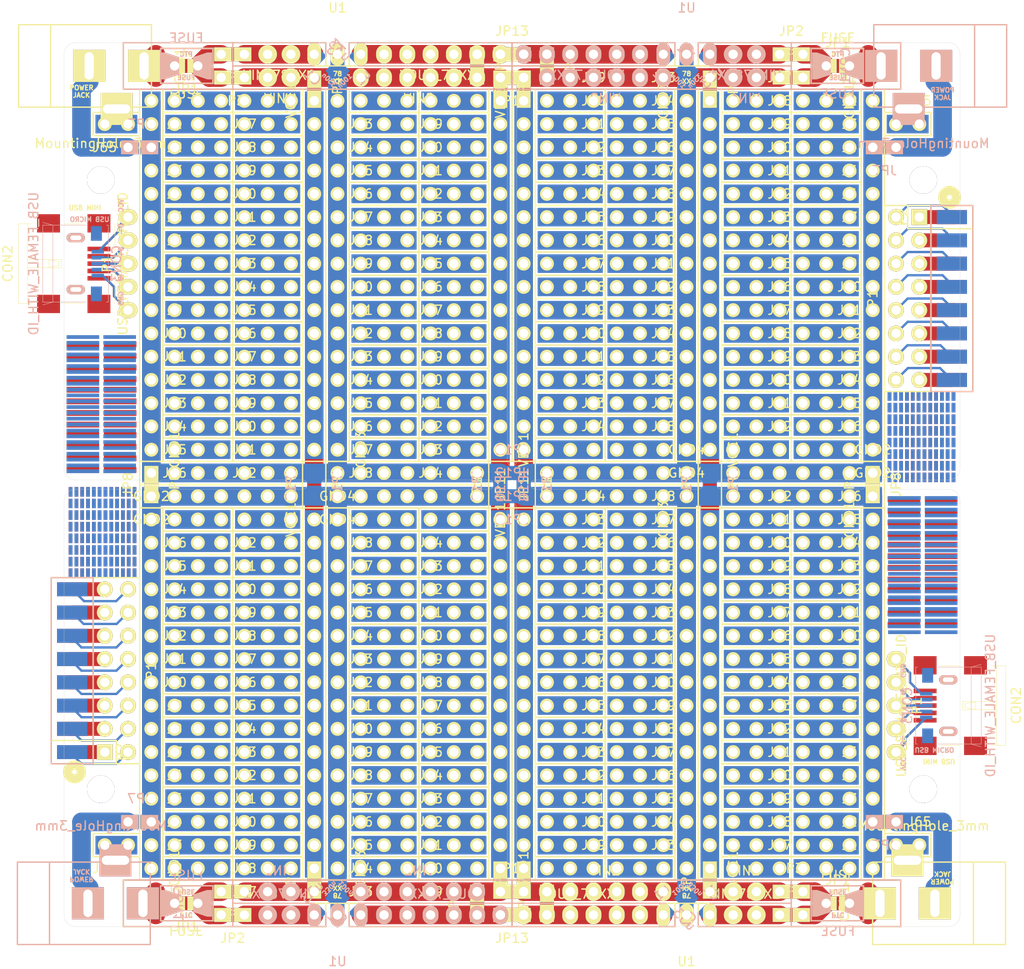
<source format=kicad_pcb>
(kicad_pcb (version 20221018) (generator pcbnew)
  (layers (0 "F.Cu" signal) (31 "B.Cu" signal) (34 "B.Paste" user) (35 "F.Paste" user) (36 "B.SilkS" user "B.Silkscreen") (37 "F.SilkS" user "F.Silkscreen") (38 "B.Mask" user) (39 "F.Mask" user) (44 "Edge.Cuts" user))
  (net 0 "")
  (net 1 "Net-(C1-Pad1)")
  (net 2 "Net-(C1-Pad2)")
  (net 3 "Net-(C2-Pad1)")
  (net 4 "Net-(CON1-Pad1)")
  (net 5 "Net-(CON1-Pad2)")
  (net 6 "Net-(CON1-Pad3)")
  (net 7 "Net-(CON2-Pad1)")
  (net 8 "Net-(CON2-Pad2)")
  (net 9 "Net-(CON2-Pad3)")
  (net 10 "Net-(CON2-Pad4)")
  (net 11 "Net-(CON2-Pad5)")
  (net 12 "Net-(CON2-Pad6)")
  (net 13 "Net-(CON3-Pad6)")
  (net 14 "Net-(J1-Pad1)")
  (net 15 "Net-(J2-Pad1)")
  (net 16 "Net-(J3-Pad1)")
  (net 17 "Net-(J4-Pad1)")
  (net 18 "Net-(J5-Pad1)")
  (net 19 "Net-(J6-Pad1)")
  (net 20 "Net-(J7-Pad1)")
  (net 21 "Net-(J8-Pad1)")
  (net 22 "Net-(J9-Pad1)")
  (net 23 "Net-(J10-Pad1)")
  (net 24 "Net-(J11-Pad1)")
  (net 25 "Net-(J12-Pad1)")
  (net 26 "Net-(J13-Pad1)")
  (net 27 "Net-(J14-Pad1)")
  (net 28 "Net-(J15-Pad1)")
  (net 29 "Net-(J16-Pad1)")
  (net 30 "Net-(J17-Pad1)")
  (net 31 "Net-(J18-Pad1)")
  (net 32 "Net-(J19-Pad1)")
  (net 33 "Net-(J20-Pad1)")
  (net 34 "Net-(J21-Pad1)")
  (net 35 "Net-(J22-Pad1)")
  (net 36 "Net-(J23-Pad1)")
  (net 37 "Net-(J24-Pad1)")
  (net 38 "Net-(J25-Pad1)")
  (net 39 "Net-(J26-Pad1)")
  (net 40 "Net-(J27-Pad1)")
  (net 41 "Net-(J28-Pad1)")
  (net 42 "Net-(J29-Pad1)")
  (net 43 "Net-(J30-Pad1)")
  (net 44 "Net-(J31-Pad1)")
  (net 45 "Net-(J32-Pad1)")
  (net 46 "Net-(J33-Pad1)")
  (net 47 "Net-(J34-Pad1)")
  (net 48 "Net-(J35-Pad1)")
  (net 49 "Net-(J36-Pad1)")
  (net 50 "Net-(J37-Pad1)")
  (net 51 "Net-(J38-Pad1)")
  (net 52 "Net-(J39-Pad1)")
  (net 53 "Net-(J40-Pad1)")
  (net 54 "Net-(J41-Pad1)")
  (net 55 "Net-(J42-Pad1)")
  (net 56 "Net-(J43-Pad1)")
  (net 57 "Net-(J44-Pad1)")
  (net 58 "Net-(J45-Pad1)")
  (net 59 "Net-(J46-Pad1)")
  (net 60 "Net-(J47-Pad1)")
  (net 61 "Net-(J48-Pad1)")
  (net 62 "Net-(J49-Pad1)")
  (net 63 "Net-(J50-Pad1)")
  (net 64 "Net-(J51-Pad1)")
  (net 65 "Net-(J52-Pad1)")
  (net 66 "Net-(J53-Pad1)")
  (net 67 "Net-(J54-Pad1)")
  (net 68 "Net-(J55-Pad1)")
  (net 69 "Net-(J56-Pad1)")
  (net 70 "Net-(J57-Pad1)")
  (net 71 "Net-(J58-Pad1)")
  (net 72 "Net-(J59-Pad1)")
  (net 73 "Net-(J60-Pad1)")
  (net 74 "Net-(J61-Pad1)")
  (net 75 "Net-(J62-Pad1)")
  (net 76 "Net-(J63-Pad1)")
  (net 77 "Net-(J64-Pad1)")
  (net 78 "Net-(JP4-Pad1)")
  (net 79 "Net-(F1-Pad2)")
  (net 80 "Net-(JP14-Pad1)")
  (net 81 "Net-(JP11-Pad1)")
  (net 82 "Net-(JP8-Pad2)")
  (net 83 "Net-(JP9-Pad2)")
  (net 84 "Net-(JP10-Pad2)")
  (net 85 "Net-(JP11-Pad2)")
  (net 86 "Net-(JP12-Pad2)")
  (net 87 "Net-(JP13-Pad2)")
  (net 88 "Net-(JP14-Pad2)")
  (net 89 "Net-(JP15-Pad2)")
  (net 90 "Net-(P1-Pad1)")
  (net 91 "Net-(P1-Pad2)")
  (net 92 "Net-(P1-Pad3)")
  (net 93 "Net-(P1-Pad4)")
  (net 94 "Net-(P1-Pad5)")
  (net 95 "Net-(P1-Pad6)")
  (net 96 "Net-(P1-Pad7)")
  (net 97 "Net-(P1-Pad8)")
  (net 98 "Net-(P1-Pad9)")
  (net 99 "Net-(P1-Pad10)")
  (net 100 "Net-(P1-Pad11)")
  (net 101 "Net-(P1-Pad12)")
  (net 102 "Net-(P1-Pad13)")
  (net 103 "Net-(P1-Pad14)")
  (net 104 "Net-(P1-Pad15)")
  (net 105 "Net-(P1-Pad16)")
  (footprint "Socket_Strips:Socket_Strip_Straight_1x02" (layer "F.Cu") (at 48.26 26.67 180)
    (fp_text reference "VIN1")
    (fp_text value "CONN_2" hide)
  )
  (footprint "Socket_Strips:Socket_Strip_Straight_1x02" (layer "F.Cu") (at 48.26 24.13 180)
    (fp_text reference "VIN_78XX1")
    (fp_text value "CONN_2" hide)
  )
  (footprint "SMD:SMD_127_357_4X2" (layer "F.Cu") (at 28.8544 67.6148)
    (fp_text reference "Ref**" hide)
    (fp_text value "Val**" hide)
  )
  (footprint "SMD:SMD_127_357_4X2" (layer "F.Cu") (at 28.8544 62.6618)
    (fp_text reference "Ref**" hide)
    (fp_text value "Val**" hide)
  )
  (footprint "SMD:SMD_127_357_4X2" (layer "F.Cu") (at 28.8544 57.7088)
    (fp_text reference "Ref**" hide)
    (fp_text value "Val**" hide)
  )
  (footprint "Mounting_Holes:MountingHole_3mm" (layer "F.Cu") (at 28.77 37.86)
    (fp_text reference "MountingHole_3mm")
    (fp_text value "VAL**" hide)
  )
  (footprint "Socket_Strips:Socket_Strip_Straight_1x05" (layer "F.Cu") (at 31.75 46.99 90)
    (fp_text reference "P1")
    (fp_text value "CONN_5" hide)
  )
  (footprint "2.54mm_Pin_Headers:Solder_Jumper_1x2_Shorted_T" (layer "F.Cu") (at 52.07 27.94 90)
    (fp_text reference "JP4")
    (fp_text value "JUMPER" hide)
  )
  (footprint "2.54mm_Pin_Headers:Solder_Jumper_1x2" (layer "F.Cu") (at 34.29 71.12 -90)
    (fp_text reference "JP8")
    (fp_text value "JUMPER" hide)
  )
  (footprint "2.54mm_Pin_Headers:Solder_Jumper_1x2" (layer "F.Cu") (at 34.29 71.12 90)
    (fp_text reference "JP8")
    (fp_text value "JUMPER" hide)
  )
  (footprint "2.54mm_Pin_Headers:Interconnect_1x07" (layer "F.Cu") (at 34.29 72.39)
    (fp_text reference "GND2")
    (fp_text value "INTERCONNECT_1X07" hide)
  )
  (footprint "2.54mm_Pin_Headers:Solder_Jumper_1x2_Shorted_T" (layer "F.Cu") (at 73.66 115.57)
    (fp_text reference "JP14")
    (fp_text value "JUMPER" hide)
  )
  (footprint "2.54mm_Pin_Headers:Solder_Jumper_1x2_Shorted_T" (layer "F.Cu") (at 73.66 118.11)
    (fp_text reference "JP13")
    (fp_text value "JUMPER" hide)
  )
  (footprint "2.54mm_Pin_Headers:Interconnect_1x07" (layer "F.Cu") (at 54.61 72.39)
    (fp_text reference "GND4")
    (fp_text value "INTERCONNECT_1X07" hide)
  )
  (footprint "2.54mm_Pin_Headers:Interconnect_1x16" (layer "F.Cu") (at 54.61 113.03 90)
    (fp_text reference "GND3")
    (fp_text value "INTERCONNECT_1X16" hide)
  )
  (footprint "2.54mm_Pin_Headers:Interconnect_1x16" (layer "F.Cu") (at 72.39 113.03 90)
    (fp_text reference "VDD1")
    (fp_text value "INTERCONNECT_1X16" hide)
  )
  (footprint "2.54mm_Pin_Headers:Interconnect_1x16" (layer "F.Cu") (at 52.07 74.93 -90)
    (fp_text reference "VCC1")
    (fp_text value "INTERCONNECT_1X16" hide)
  )
  (footprint "2.54mm_Pin_Headers:Solder_Jumper_1x2_Shorted_T" (layer "F.Cu") (at 69.85 116.84 -90)
    (fp_text reference "JP6")
    (fp_text value "JUMPER" hide)
  )
  (footprint "2.54mm_Pin_Headers:Solder_Jumper_1x2_Shorted_T" (layer "F.Cu") (at 72.39 114.3 90)
    (fp_text reference "JP5")
    (fp_text value "JUMPER" hide)
  )
  (footprint "2.54mm_Pin_Headers:Solder_Jumper_1x2_Shorted_T" (layer "F.Cu") (at 52.07 114.3 -90)
    (fp_text reference "JP4")
    (fp_text value "JUMPER" hide)
  )
  (footprint "2.54mm_Pin_Headers:Solder_Jumper_1x2_Shorted_T" (layer "F.Cu") (at 43.18 115.57)
    (fp_text reference "JP3")
    (fp_text value "JUMPER" hide)
  )
  (footprint "2.54mm_Pin_Headers:Solder_Jumper_1x2_Shorted_T" (layer "F.Cu") (at 43.18 118.11)
    (fp_text reference "JP2")
    (fp_text value "JUMPER" hide)
  )
  (footprint "2.54mm_Pin_Headers:Solder_Jumper_1x2_Shorted_T" (layer "F.Cu") (at 38.1 116.84)
    (fp_text reference "JP1")
    (fp_text value "JUMPER" hide)
  )
  (footprint "2.54mm_Pin_Headers:Interconnect_1x02" (layer "F.Cu") (at 29.21 110.49)
    (fp_text reference "J65")
    (fp_text value "INTERCONNECT_1X02" hide)
  )
  (footprint "2.54mm_Pin_Headers:Interconnect_1x03" (layer "F.Cu") (at 64.77 74.93)
    (fp_text reference "J64")
    (fp_text value "INTERCONNECT_1X03" hide)
  )
  (footprint "2.54mm_Pin_Headers:Interconnect_1x03" (layer "F.Cu") (at 64.77 77.47)
    (fp_text reference "J63")
    (fp_text value "INTERCONNECT_1X03" hide)
  )
  (footprint "2.54mm_Pin_Headers:Interconnect_1x03" (layer "F.Cu") (at 64.77 80.01)
    (fp_text reference "J62")
    (fp_text value "INTERCONNECT_1X03" hide)
  )
  (footprint "2.54mm_Pin_Headers:Interconnect_1x03" (layer "F.Cu") (at 64.77 82.55)
    (fp_text reference "J61")
    (fp_text value "INTERCONNECT_1X03" hide)
  )
  (footprint "2.54mm_Pin_Headers:Interconnect_1x03" (layer "F.Cu") (at 64.77 85.09)
    (fp_text reference "J60")
    (fp_text value "INTERCONNECT_1X03" hide)
  )
  (footprint "2.54mm_Pin_Headers:Interconnect_1x03" (layer "F.Cu") (at 64.77 87.63)
    (fp_text reference "J59")
    (fp_text value "INTERCONNECT_1X03" hide)
  )
  (footprint "2.54mm_Pin_Headers:Interconnect_1x03" (layer "F.Cu") (at 64.77 90.17)
    (fp_text reference "J58")
    (fp_text value "INTERCONNECT_1X03" hide)
  )
  (footprint "2.54mm_Pin_Headers:Interconnect_1x03" (layer "F.Cu") (at 64.77 92.71)
    (fp_text reference "J57")
    (fp_text value "INTERCONNECT_1X03" hide)
  )
  (footprint "2.54mm_Pin_Headers:Interconnect_1x03" (layer "F.Cu") (at 64.77 95.25)
    (fp_text reference "J56")
    (fp_text value "INTERCONNECT_1X03" hide)
  )
  (footprint "2.54mm_Pin_Headers:Interconnect_1x03" (layer "F.Cu") (at 64.77 97.79)
    (fp_text reference "J55")
    (fp_text value "INTERCONNECT_1X03" hide)
  )
  (footprint "2.54mm_Pin_Headers:Interconnect_1x03" (layer "F.Cu") (at 64.77 100.33)
    (fp_text reference "J54")
    (fp_text value "INTERCONNECT_1X03" hide)
  )
  (footprint "2.54mm_Pin_Headers:Interconnect_1x03" (layer "F.Cu") (at 64.77 102.87)
    (fp_text reference "J53")
    (fp_text value "INTERCONNECT_1X03" hide)
  )
  (footprint "2.54mm_Pin_Headers:Interconnect_1x03" (layer "F.Cu") (at 64.77 105.41)
    (fp_text reference "J52")
    (fp_text value "INTERCONNECT_1X03" hide)
  )
  (footprint "2.54mm_Pin_Headers:Interconnect_1x03" (layer "F.Cu") (at 64.77 107.95)
    (fp_text reference "J51")
    (fp_text value "INTERCONNECT_1X03" hide)
  )
  (footprint "2.54mm_Pin_Headers:Interconnect_1x03" (layer "F.Cu") (at 64.77 110.49)
    (fp_text reference "J50")
    (fp_text value "INTERCONNECT_1X03" hide)
  )
  (footprint "2.54mm_Pin_Headers:Interconnect_1x03" (layer "F.Cu") (at 64.77 113.03)
    (fp_text reference "J49")
    (fp_text value "INTERCONNECT_1X03" hide)
  )
  (footprint "2.54mm_Pin_Headers:Interconnect_1x03" (layer "F.Cu") (at 57.15 74.93)
    (fp_text reference "J48")
    (fp_text value "INTERCONNECT_1X03" hide)
  )
  (footprint "2.54mm_Pin_Headers:Interconnect_1x03" (layer "F.Cu") (at 57.15 77.47)
    (fp_text reference "J47")
    (fp_text value "INTERCONNECT_1X03" hide)
  )
  (footprint "2.54mm_Pin_Headers:Interconnect_1x03" (layer "F.Cu") (at 57.15 80.01)
    (fp_text reference "J46")
    (fp_text value "INTERCONNECT_1X03" hide)
  )
  (footprint "2.54mm_Pin_Headers:Interconnect_1x03" (layer "F.Cu") (at 57.15 82.55)
    (fp_text reference "J45")
    (fp_text value "INTERCONNECT_1X03" hide)
  )
  (footprint "2.54mm_Pin_Headers:Interconnect_1x03" (layer "F.Cu") (at 57.15 85.09)
    (fp_text reference "J44")
    (fp_text value "INTERCONNECT_1X03" hide)
  )
  (footprint "2.54mm_Pin_Headers:Interconnect_1x03" (layer "F.Cu") (at 57.15 87.63)
    (fp_text reference "J43")
    (fp_text value "INTERCONNECT_1X03" hide)
  )
  (footprint "2.54mm_Pin_Headers:Interconnect_1x03" (layer "F.Cu") (at 57.15 90.17)
    (fp_text reference "J42")
    (fp_text value "INTERCONNECT_1X03" hide)
  )
  (footprint "2.54mm_Pin_Headers:Interconnect_1x03" (layer "F.Cu") (at 57.15 92.71)
    (fp_text reference "J41")
    (fp_text value "INTERCONNECT_1X03" hide)
  )
  (footprint "2.54mm_Pin_Headers:Interconnect_1x03" (layer "F.Cu") (at 57.15 95.25)
    (fp_text reference "J40")
    (fp_text value "INTERCONNECT_1X03" hide)
  )
  (footprint "2.54mm_Pin_Headers:Interconnect_1x03" (layer "F.Cu") (at 57.15 97.79)
    (fp_text reference "J39")
    (fp_text value "INTERCONNECT_1X03" hide)
  )
  (footprint "2.54mm_Pin_Headers:Interconnect_1x03" (layer "F.Cu") (at 57.15 100.33)
    (fp_text reference "J38")
    (fp_text value "INTERCONNECT_1X03" hide)
  )
  (footprint "2.54mm_Pin_Headers:Interconnect_1x03" (layer "F.Cu") (at 57.15 102.87)
    (fp_text reference "J37")
    (fp_text value "INTERCONNECT_1X03" hide)
  )
  (footprint "2.54mm_Pin_Headers:Interconnect_1x03" (layer "F.Cu") (at 57.15 105.41)
    (fp_text reference "J36")
    (fp_text value "INTERCONNECT_1X03" hide)
  )
  (footprint "2.54mm_Pin_Headers:Interconnect_1x03" (layer "F.Cu") (at 57.15 107.95)
    (fp_text reference "J35")
    (fp_text value "INTERCONNECT_1X03" hide)
  )
  (footprint "2.54mm_Pin_Headers:Interconnect_1x03" (layer "F.Cu") (at 57.15 110.49)
    (fp_text reference "J34")
    (fp_text value "INTERCONNECT_1X03" hide)
  )
  (footprint "2.54mm_Pin_Headers:Interconnect_1x03" (layer "F.Cu") (at 57.15 113.03)
    (fp_text reference "J33")
    (fp_text value "INTERCONNECT_1X03" hide)
  )
  (footprint "2.54mm_Pin_Headers:Interconnect_1x03" (layer "F.Cu") (at 44.45 74.93)
    (fp_text reference "J32")
    (fp_text value "INTERCONNECT_1X03" hide)
  )
  (footprint "2.54mm_Pin_Headers:Interconnect_1x03" (layer "F.Cu") (at 44.45 77.47)
    (fp_text reference "J31")
    (fp_text value "INTERCONNECT_1X03" hide)
  )
  (footprint "2.54mm_Pin_Headers:Interconnect_1x03" (layer "F.Cu") (at 44.45 80.01)
    (fp_text reference "J30")
    (fp_text value "INTERCONNECT_1X03" hide)
  )
  (footprint "2.54mm_Pin_Headers:Interconnect_1x03" (layer "F.Cu") (at 44.45 82.55)
    (fp_text reference "J29")
    (fp_text value "INTERCONNECT_1X03" hide)
  )
  (footprint "2.54mm_Pin_Headers:Interconnect_1x03" (layer "F.Cu") (at 44.45 85.09)
    (fp_text reference "J28")
    (fp_text value "INTERCONNECT_1X03" hide)
  )
  (footprint "2.54mm_Pin_Headers:Interconnect_1x03" (layer "F.Cu") (at 44.45 87.63)
    (fp_text reference "J27")
    (fp_text value "INTERCONNECT_1X03" hide)
  )
  (footprint "2.54mm_Pin_Headers:Interconnect_1x03" (layer "F.Cu") (at 44.45 90.17)
    (fp_text reference "J26")
    (fp_text value "INTERCONNECT_1X03" hide)
  )
  (footprint "2.54mm_Pin_Headers:Interconnect_1x03" (layer "F.Cu") (at 44.45 92.71)
    (fp_text reference "J25")
    (fp_text value "INTERCONNECT_1X03" hide)
  )
  (footprint "2.54mm_Pin_Headers:Interconnect_1x03" (layer "F.Cu") (at 44.45 95.25)
    (fp_text reference "J24")
    (fp_text value "INTERCONNECT_1X03" hide)
  )
  (footprint "2.54mm_Pin_Headers:Interconnect_1x03" (layer "F.Cu") (at 44.45 97.79)
    (fp_text reference "J23")
    (fp_text value "INTERCONNECT_1X03" hide)
  )
  (footprint "2.54mm_Pin_Headers:Interconnect_1x03" (layer "F.Cu") (at 44.45 100.33)
    (fp_text reference "J22")
    (fp_text value "INTERCONNECT_1X03" hide)
  )
  (footprint "2.54mm_Pin_Headers:Interconnect_1x03" (layer "F.Cu") (at 44.45 102.87)
    (fp_text reference "J21")
    (fp_text value "INTERCONNECT_1X03" hide)
  )
  (footprint "2.54mm_Pin_Headers:Interconnect_1x03" (layer "F.Cu") (at 44.45 105.41)
    (fp_text reference "J20")
    (fp_text value "INTERCONNECT_1X03" hide)
  )
  (footprint "2.54mm_Pin_Headers:Interconnect_1x03" (layer "F.Cu") (at 44.45 107.95)
    (fp_text reference "J19")
    (fp_text value "INTERCONNECT_1X03" hide)
  )
  (footprint "2.54mm_Pin_Headers:Interconnect_1x03" (layer "F.Cu") (at 44.45 110.49)
    (fp_text reference "J18")
    (fp_text value "INTERCONNECT_1X03" hide)
  )
  (footprint "2.54mm_Pin_Headers:Interconnect_1x03" (layer "F.Cu") (at 44.45 113.03)
    (fp_text reference "J17")
    (fp_text value "INTERCONNECT_1X03" hide)
  )
  (footprint "2.54mm_Pin_Headers:Interconnect_1x03" (layer "F.Cu") (at 36.83 74.93)
    (fp_text reference "J16")
    (fp_text value "INTERCONNECT_1X03" hide)
  )
  (footprint "2.54mm_Pin_Headers:Interconnect_1x03" (layer "F.Cu") (at 36.83 77.47)
    (fp_text reference "J15")
    (fp_text value "INTERCONNECT_1X03" hide)
  )
  (footprint "2.54mm_Pin_Headers:Interconnect_1x03" (layer "F.Cu") (at 36.83 80.01)
    (fp_text reference "J14")
    (fp_text value "INTERCONNECT_1X03" hide)
  )
  (footprint "2.54mm_Pin_Headers:Interconnect_1x03" (layer "F.Cu") (at 36.83 82.55)
    (fp_text reference "J13")
    (fp_text value "INTERCONNECT_1X03" hide)
  )
  (footprint "2.54mm_Pin_Headers:Interconnect_1x03" (layer "F.Cu") (at 36.83 85.09)
    (fp_text reference "J12")
    (fp_text value "INTERCONNECT_1X03" hide)
  )
  (footprint "2.54mm_Pin_Headers:Interconnect_1x03" (layer "F.Cu") (at 36.83 87.63)
    (fp_text reference "J11")
    (fp_text value "INTERCONNECT_1X03" hide)
  )
  (footprint "2.54mm_Pin_Headers:Interconnect_1x03" (layer "F.Cu") (at 36.83 90.17)
    (fp_text reference "J10")
    (fp_text value "INTERCONNECT_1X03" hide)
  )
  (footprint "2.54mm_Pin_Headers:Interconnect_1x03" (layer "F.Cu") (at 36.83 92.71)
    (fp_text reference "J9")
    (fp_text value "INTERCONNECT_1X03" hide)
  )
  (footprint "2.54mm_Pin_Headers:Interconnect_1x03" (layer "F.Cu") (at 36.83 95.25)
    (fp_text reference "J8")
    (fp_text value "INTERCONNECT_1X03" hide)
  )
  (footprint "2.54mm_Pin_Headers:Interconnect_1x03" (layer "F.Cu") (at 36.83 97.79)
    (fp_text reference "J7")
    (fp_text value "INTERCONNECT_1X03" hide)
  )
  (footprint "2.54mm_Pin_Headers:Interconnect_1x03" (layer "F.Cu") (at 36.83 100.33)
    (fp_text reference "J6")
    (fp_text value "INTERCONNECT_1X03" hide)
  )
  (footprint "2.54mm_Pin_Headers:Interconnect_1x03" (layer "F.Cu") (at 36.83 102.87)
    (fp_text reference "J5")
    (fp_text value "INTERCONNECT_1X03" hide)
  )
  (footprint "2.54mm_Pin_Headers:Interconnect_1x03" (layer "F.Cu") (at 36.83 105.41)
    (fp_text reference "J4")
    (fp_text value "INTERCONNECT_1X03" hide)
  )
  (footprint "2.54mm_Pin_Headers:Interconnect_1x03" (layer "F.Cu") (at 36.83 107.95)
    (fp_text reference "J3")
    (fp_text value "INTERCONNECT_1X03" hide)
  )
  (footprint "2.54mm_Pin_Headers:Interconnect_1x03" (layer "F.Cu") (at 36.83 110.49)
    (fp_text reference "J2")
    (fp_text value "INTERCONNECT_1X03" hide)
  )
  (footprint "2.54mm_Pin_Headers:Interconnect_1x03" (layer "F.Cu") (at 36.83 113.03)
    (fp_text reference "J1")
    (fp_text value "INTERCONNECT_1X03" hide)
  )
  (footprint "2.54mm_Pin_Headers:Interconnect_1x16" (layer "F.Cu") (at 34.29 113.03 90)
    (fp_text reference "GND1")
    (fp_text value "INTERCONNECT_1X16" hide)
  )
  (footprint "Muonde:CC12ZZ" (layer "F.Cu") (at 38.1 116.84)
    (fp_text reference "F2" hide)
    (fp_text value "FUSE")
  )
  (footprint "SMD:SMD_127_065_grid_4X12" (layer "F.Cu") (at 28.2956 78.8924)
    (fp_text reference "Ref**" hide)
    (fp_text value "Val**" hide)
  )
  (footprint "SMD:SMD_127_065_grid_4X12" (layer "F.Cu") (at 28.2956 73.8124)
    (fp_text reference "Ref**" hide)
    (fp_text value "Val**" hide)
  )
  (footprint "Connect:BARREL_JACK" (layer "F.Cu") (at 27.305 25.4)
    (fp_text reference "CON1")
    (fp_text value "BARREL_JACK" hide)
  )
  (footprint "2.54mm_Pin_Headers:Interconnect_1x16" (layer "F.Cu") (at 34.29 67.31 90)
    (fp_text reference "GND1")
    (fp_text value "INTERCONNECT_1X16" hide)
  )
  (footprint "2.54mm_Pin_Headers:Interconnect_1x03" (layer "F.Cu") (at 36.83 31.75)
    (fp_text reference "J2")
    (fp_text value "INTERCONNECT_1X03" hide)
  )
  (footprint "2.54mm_Pin_Headers:Interconnect_1x03" (layer "F.Cu") (at 36.83 34.29)
    (fp_text reference "J3")
    (fp_text value "INTERCONNECT_1X03" hide)
  )
  (footprint "2.54mm_Pin_Headers:Interconnect_1x03" (layer "F.Cu") (at 36.83 36.83)
    (fp_text reference "J4")
    (fp_text value "INTERCONNECT_1X03" hide)
  )
  (footprint "2.54mm_Pin_Headers:Interconnect_1x03" (layer "F.Cu") (at 36.83 39.37)
    (fp_text reference "J5")
    (fp_text value "INTERCONNECT_1X03" hide)
  )
  (footprint "2.54mm_Pin_Headers:Interconnect_1x03" (layer "F.Cu") (at 36.83 41.91)
    (fp_text reference "J6")
    (fp_text value "INTERCONNECT_1X03" hide)
  )
  (footprint "2.54mm_Pin_Headers:Interconnect_1x03" (layer "F.Cu") (at 36.83 44.45)
    (fp_text reference "J7")
    (fp_text value "INTERCONNECT_1X03" hide)
  )
  (footprint "2.54mm_Pin_Headers:Interconnect_1x03" (layer "F.Cu") (at 36.83 46.99)
    (fp_text reference "J8")
    (fp_text value "INTERCONNECT_1X03" hide)
  )
  (footprint "2.54mm_Pin_Headers:Interconnect_1x03" (layer "F.Cu") (at 36.83 49.53)
    (fp_text reference "J9")
    (fp_text value "INTERCONNECT_1X03" hide)
  )
  (footprint "2.54mm_Pin_Headers:Interconnect_1x03" (layer "F.Cu") (at 36.83 52.07)
    (fp_text reference "J10")
    (fp_text value "INTERCONNECT_1X03" hide)
  )
  (footprint "2.54mm_Pin_Headers:Interconnect_1x03" (layer "F.Cu") (at 36.83 54.61)
    (fp_text reference "J11")
    (fp_text value "INTERCONNECT_1X03" hide)
  )
  (footprint "2.54mm_Pin_Headers:Interconnect_1x03" (layer "F.Cu") (at 36.83 57.15)
    (fp_text reference "J12")
    (fp_text value "INTERCONNECT_1X03" hide)
  )
  (footprint "2.54mm_Pin_Headers:Interconnect_1x03" (layer "F.Cu") (at 36.83 59.69)
    (fp_text reference "J13")
    (fp_text value "INTERCONNECT_1X03" hide)
  )
  (footprint "2.54mm_Pin_Headers:Interconnect_1x03" (layer "F.Cu") (at 36.83 62.23)
    (fp_text reference "J14")
    (fp_text value "INTERCONNECT_1X03" hide)
  )
  (footprint "2.54mm_Pin_Headers:Interconnect_1x03" (layer "F.Cu") (at 36.83 64.77)
    (fp_text reference "J15")
    (fp_text value "INTERCONNECT_1X03" hide)
  )
  (footprint "2.54mm_Pin_Headers:Interconnect_1x03" (layer "F.Cu") (at 36.83 67.31)
    (fp_text reference "J16")
    (fp_text value "INTERCONNECT_1X03" hide)
  )
  (footprint "2.54mm_Pin_Headers:Interconnect_1x03" (layer "F.Cu") (at 44.45 29.21)
    (fp_text reference "J17")
    (fp_text value "INTERCONNECT_1X03" hide)
  )
  (footprint "2.54mm_Pin_Headers:Interconnect_1x03" (layer "F.Cu") (at 44.45 31.75)
    (fp_text reference "J18")
    (fp_text value "INTERCONNECT_1X03" hide)
  )
  (footprint "2.54mm_Pin_Headers:Interconnect_1x03" (layer "F.Cu") (at 44.45 34.29)
    (fp_text reference "J19")
    (fp_text value "INTERCONNECT_1X03" hide)
  )
  (footprint "2.54mm_Pin_Headers:Interconnect_1x03" (layer "F.Cu") (at 44.45 36.83)
    (fp_text reference "J20")
    (fp_text value "INTERCONNECT_1X03" hide)
  )
  (footprint "2.54mm_Pin_Headers:Interconnect_1x03" (layer "F.Cu") (at 44.45 41.91)
    (fp_text reference "J22")
    (fp_text value "INTERCONNECT_1X03" hide)
  )
  (footprint "2.54mm_Pin_Headers:Interconnect_1x03" (layer "F.Cu") (at 44.45 44.45)
    (fp_text reference "J23")
    (fp_text value "INTERCONNECT_1X03" hide)
  )
  (footprint "2.54mm_Pin_Headers:Interconnect_1x03" (layer "F.Cu") (at 44.45 46.99)
    (fp_text reference "J24")
    (fp_text value "INTERCONNECT_1X03" hide)
  )
  (footprint "2.54mm_Pin_Headers:Interconnect_1x03" (layer "F.Cu") (at 44.45 49.53)
    (fp_text reference "J25")
    (fp_text value "INTERCONNECT_1X03" hide)
  )
  (footprint "2.54mm_Pin_Headers:Interconnect_1x03" (layer "F.Cu") (at 44.45 52.07)
    (fp_text reference "J26")
    (fp_text value "INTERCONNECT_1X03" hide)
  )
  (footprint "2.54mm_Pin_Headers:Interconnect_1x03" (layer "F.Cu") (at 44.45 54.61)
    (fp_text reference "J27")
    (fp_text value "INTERCONNECT_1X03" hide)
  )
  (footprint "2.54mm_Pin_Headers:Interconnect_1x03" (layer "F.Cu") (at 44.45 57.15)
    (fp_text reference "J28")
    (fp_text value "INTERCONNECT_1X03" hide)
  )
  (footprint "2.54mm_Pin_Headers:Interconnect_1x03" (layer "F.Cu") (at 44.45 59.69)
    (fp_text reference "J29")
    (fp_text value "INTERCONNECT_1X03" hide)
  )
  (footprint "2.54mm_Pin_Headers:Interconnect_1x03" (layer "F.Cu") (at 44.45 62.23)
    (fp_text reference "J30")
    (fp_text value "INTERCONNECT_1X03" hide)
  )
  (footprint "2.54mm_Pin_Headers:Interconnect_1x03" (layer "F.Cu") (at 44.45 64.77)
    (fp_text reference "J31")
    (fp_text value "INTERCONNECT_1X03" hide)
  )
  (footprint "2.54mm_Pin_Headers:Interconnect_1x03" (layer "F.Cu") (at 44.45 67.31)
    (fp_text reference "J32")
    (fp_text value "INTERCONNECT_1X03" hide)
  )
  (footprint "2.54mm_Pin_Headers:Interconnect_1x03" (layer "F.Cu") (at 57.15 29.21)
    (fp_text reference "J33")
    (fp_text value "INTERCONNECT_1X03" hide)
  )
  (footprint "2.54mm_Pin_Headers:Interconnect_1x03" (layer "F.Cu") (at 57.15 31.75)
    (fp_text reference "J34")
    (fp_text value "INTERCONNECT_1X03" hide)
  )
  (footprint "2.54mm_Pin_Headers:Interconnect_1x03" (layer "F.Cu") (at 57.15 34.29)
    (fp_text reference "J35")
    (fp_text value "INTERCONNECT_1X03" hide)
  )
  (footprint "2.54mm_Pin_Headers:Interconnect_1x03" (layer "F.Cu") (at 57.15 36.83)
    (fp_text reference "J36")
    (fp_text value "INTERCONNECT_1X03" hide)
  )
  (footprint "2.54mm_Pin_Headers:Interconnect_1x03" (layer "F.Cu") (at 57.15 39.37)
    (fp_text reference "J37")
    (fp_text value "INTERCONNECT_1X03" hide)
  )
  (footprint "2.54mm_Pin_Headers:Interconnect_1x03" (layer "F.Cu") (at 57.15 41.91)
    (fp_text reference "J38")
    (fp_text value "INTERCONNECT_1X03" hide)
  )
  (footprint "2.54mm_Pin_Headers:Interconnect_1x03" (layer "F.Cu") (at 57.15 44.45)
    (fp_text reference "J39")
    (fp_text value "INTERCONNECT_1X03" hide)
  )
  (footprint "2.54mm_Pin_Headers:Interconnect_1x03" (layer "F.Cu") (at 57.15 46.99)
    (fp_text reference "J40")
    (fp_text value "INTERCONNECT_1X03" hide)
  )
  (footprint "2.54mm_Pin_Headers:Interconnect_1x03" (layer "F.Cu") (at 57.15 49.53)
    (fp_text reference "J41")
    (fp_text value "INTERCONNECT_1X03" hide)
  )
  (footprint "2.54mm_Pin_Headers:Interconnect_1x03" (layer "F.Cu") (at 57.15 52.07)
    (fp_text reference "J42")
    (fp_text value "INTERCONNECT_1X03" hide)
  )
  (footprint "2.54mm_Pin_Headers:Interconnect_1x03" (layer "F.Cu") (at 57.15 54.61)
    (fp_text reference "J43")
    (fp_text value "INTERCONNECT_1X03" hide)
  )
  (footprint "2.54mm_Pin_Headers:Interconnect_1x03" (layer "F.Cu") (at 57.15 57.15)
    (fp_text reference "J44")
    (fp_text value "INTERCONNECT_1X03" hide)
  )
  (footprint "2.54mm_Pin_Headers:Interconnect_1x03" (layer "F.Cu") (at 57.15 59.69)
    (fp_text reference "J45")
    (fp_text value "INTERCONNECT_1X03" hide)
  )
  (footprint "2.54mm_Pin_Headers:Interconnect_1x03" (layer "F.Cu") (at 57.15 62.23)
    (fp_text reference "J46")
    (fp_text value "INTERCONNECT_1X03" hide)
  )
  (footprint "2.54mm_Pin_Headers:Interconnect_1x03" (layer "F.Cu") (at 57.15 64.77)
    (fp_text reference "J47")
    (fp_text value "INTERCONNECT_1X03" hide)
  )
  (footprint "2.54mm_Pin_Headers:Interconnect_1x03" (layer "F.Cu") (at 57.15 67.31)
    (fp_text reference "J48")
    (fp_text value "INTERCONNECT_1X03" hide)
  )
  (footprint "2.54mm_Pin_Headers:Interconnect_1x03" (layer "F.Cu") (at 64.77 29.21)
    (fp_text reference "J49")
    (fp_text value "INTERCONNECT_1X03" hide)
  )
  (footprint "2.54mm_Pin_Headers:Interconnect_1x03" (layer "F.Cu") (at 64.77 31.75)
    (fp_text reference "J50")
    (fp_text value "INTERCONNECT_1X03" hide)
  )
  (footprint "2.54mm_Pin_Headers:Interconnect_1x03" (layer "F.Cu") (at 64.77 34.29)
    (fp_text reference "J51")
    (fp_text value "INTERCONNECT_1X03" hide)
  )
  (footprint "2.54mm_Pin_Headers:Interconnect_1x03" (layer "F.Cu") (at 64.77 36.83)
    (fp_text reference "J52")
    (fp_text value "INTERCONNECT_1X03" hide)
  )
  (footprint "2.54mm_Pin_Headers:Interconnect_1x03" (layer "F.Cu") (at 64.77 39.37)
    (fp_text reference "J53")
    (fp_text value "INTERCONNECT_1X03" hide)
  )
  (footprint "2.54mm_Pin_Headers:Interconnect_1x03" (layer "F.Cu") (at 64.77 41.91)
    (fp_text reference "J54")
    (fp_text value "INTERCONNECT_1X03" hide)
  )
  (footprint "2.54mm_Pin_Headers:Interconnect_1x03" (layer "F.Cu") (at 64.77 44.45)
    (fp_text reference "J55")
    (fp_text value "INTERCONNECT_1X03" hide)
  )
  (footprint "2.54mm_Pin_Headers:Interconnect_1x03" (layer "F.Cu") (at 64.77 46.99)
    (fp_text reference "J56")
    (fp_text value "INTERCONNECT_1X03" hide)
  )
  (footprint "2.54mm_Pin_Headers:Interconnect_1x03" (layer "F.Cu") (at 64.77 49.53)
    (fp_text reference "J57")
    (fp_text value "INTERCONNECT_1X03" hide)
  )
  (footprint "2.54mm_Pin_Headers:Interconnect_1x03" (layer "F.Cu") (at 64.77 52.07)
    (fp_text reference "J58")
    (fp_text value "INTERCONNECT_1X03" hide)
  )
  (footprint "2.54mm_Pin_Headers:Interconnect_1x03" (layer "F.Cu") (at 64.77 54.61)
    (fp_text reference "J59")
    (fp_text value "INTERCONNECT_1X03" hide)
  )
  (footprint "2.54mm_Pin_Headers:Interconnect_1x03" (layer "F.Cu") (at 64.77 57.15)
    (fp_text reference "J60")
    (fp_text value "INTERCONNECT_1X03" hide)
  )
  (footprint "2.54mm_Pin_Headers:Interconnect_1x03" (layer "F.Cu") (at 64.77 59.69)
    (fp_text reference "J61")
    (fp_text value "INTERCONNECT_1X03" hide)
  )
  (footprint "2.54mm_Pin_Headers:Interconnect_1x03" (layer "F.Cu") (at 64.77 62.23)
    (fp_text reference "J62")
    (fp_text value "INTERCONNECT_1X03" hide)
  )
  (footprint "2.54mm_Pin_Headers:Interconnect_1x03" (layer "F.Cu") (at 64.77 64.77)
    (fp_text reference "J63")
    (fp_text value "INTERCONNECT_1X03" hide)
  )
  (footprint "2.54mm_Pin_Headers:Interconnect_1x03" (layer "F.Cu") (at 64.77 67.31)
    (fp_text reference "J64")
    (fp_text value "INTERCONNECT_1X03" hide)
  )
  (footprint "2.54mm_Pin_Headers:Interconnect_1x02" (layer "F.Cu") (at 29.21 31.75)
    (fp_text reference "J65")
    (fp_text value "INTERCONNECT_1X02" hide)
  )
  (footprint "2.54mm_Pin_Headers:Solder_Jumper_1x2_Shorted_T" (layer "F.Cu") (at 38.1 25.4)
    (fp_text reference "JP1")
    (fp_text value "JUMPER" hide)
  )
  (footprint "2.54mm_Pin_Headers:Solder_Jumper_1x2_Shorted_T" (layer "F.Cu") (at 43.18 24.13)
    (fp_text reference "JP2")
    (fp_text value "JUMPER" hide)
  )
  (footprint "2.54mm_Pin_Headers:Solder_Jumper_1x2_Shorted_T" (layer "F.Cu") (at 43.18 26.67)
    (fp_text reference "JP3")
    (fp_text value "JUMPER" hide)
  )
  (footprint "2.54mm_Pin_Headers:Solder_Jumper_1x2_Shorted_T" (layer "F.Cu") (at 72.39 27.94 90)
    (fp_text reference "JP5")
    (fp_text value "JUMPER" hide)
  )
  (footprint "2.54mm_Pin_Headers:Solder_Jumper_1x2_Shorted_T" (layer "F.Cu") (at 69.85 25.4 90)
    (fp_text reference "JP6")
    (fp_text value "JUMPER" hide)
  )
  (footprint "2.54mm_Pin_Headers:Interconnect_1x16" (layer "F.Cu") (at 52.07 29.21 -90)
    (fp_text reference "VCC1")
    (fp_text value "INTERCONNECT_1X16" hide)
  )
  (footprint "2.54mm_Pin_Headers:Interconnect_1x16" (layer "F.Cu") (at 72.39 67.31 90)
    (fp_text reference "VDD1")
    (fp_text value "INTERCONNECT_1X16" hide)
  )
  (footprint "2.54mm_Pin_Headers:Interconnect_1x03" (layer "F.Cu") (at 36.83 29.21)
    (fp_text reference "J1")
    (fp_text value "INTERCONNECT_1X03" hide)
  )
  (footprint "Muonde:CC12ZZ" (layer "F.Cu") (at 38.1 25.4)
    (fp_text reference "F1" hide)
    (fp_text value "FUSE")
  )
  (footprint "2.54mm_Pin_Headers:Interconnect_1x03" (layer "F.Cu") (at 44.45 39.37)
    (fp_text reference "J21")
    (fp_text value "INTERCONNECT_1X03" hide)
  )
  (footprint "Connectors:USB_Mini-B_Female" (layer "F.Cu") (at 28.575 46.99 -90)
    (fp_text reference "CON2")
    (fp_text value "USB_FEMALE_WITH_ID")
  )
  (footprint "Transistors_TO-220:TO-220_Neutral123_Vertical" (layer "F.Cu") (at 54.61 24.13)
    (fp_text reference "U1")
    (fp_text value "LM7805CT" hide)
  )
  (footprint "Socket_Strips:Socket_Strip_Straight_1x06" (layer "F.Cu") (at 63.5 26.67 180)
    (fp_text reference "VIN2")
    (fp_text value "CONN_6" hide)
  )
  (footprint "Socket_Strips:Socket_Strip_Straight_1x06" (layer "F.Cu") (at 66.04 24.13 180)
    (fp_text reference "VOUT_78XX1")
    (fp_text value "CONN_6" hide)
  )
  (footprint "2.54mm_Pin_Headers:Interconnect_1x16" (layer "F.Cu") (at 54.61 67.31 90)
    (fp_text reference "GND3")
    (fp_text value "INTERCONNECT_1X16" hide)
  )
  (footprint "2.54mm_Pin_Headers:Interconnect_1x07" (layer "F.Cu") (at 54.61 69.85)
    (fp_text reference "GND4")
    (fp_text value "INTERCONNECT_1X07" hide)
  )
  (footprint "2.54mm_Pin_Headers:Solder_Jumper_1x2_Shorted_T" (layer "F.Cu") (at 73.66 24.13)
    (fp_text reference "JP13")
    (fp_text value "JUMPER" hide)
  )
  (footprint "2.54mm_Pin_Headers:Solder_Jumper_1x2_Shorted_T" (layer "F.Cu") (at 73.66 26.67)
    (fp_text reference "JP14")
    (fp_text value "JUMPER" hide)
  )
  (footprint "2.54mm_Pin_Headers:Interconnect_1x07" (layer "F.Cu") (at 34.29 69.85)
    (fp_text reference "GND2")
    (fp_text value "INTERCONNECT_1X07" hide)
  )
  (footprint "2.54mm_Pin_Headers:Solder_Jumper_SMD_1x2_Shorted" (layer "F.Cu") (at 52.07 71.12 90)
    (fp_text reference "JP9")
    (fp_text value "JUMPER" hide)
  )
  (footprint "2.54mm_Pin_Headers:Solder_Jumper_SMD_1x2_Shorted" (layer "F.Cu") (at 72.39 71.12 90)
    (fp_text reference "JP11")
    (fp_text value "JUMPER" hide)
  )
  (footprint "2.54mm_Pin_Headers:Solder_Jumper_SMD_1x2_Shorted" (layer "F.Cu") (at 72.39 71.12 -90)
    (fp_text reference "JP11")
    (fp_text value "JUMPER" hide)
  )
  (footprint "2.54mm_Pin_Headers:Solder_Jumper_SMD_1x2_Shorted" (layer "F.Cu") (at 52.07 71.12 -90)
    (fp_text reference "JP9")
    (fp_text value "JUMPER" hide)
  )
  (footprint "Socket_Strips:Socket_Strip_Straight_2x08" (layer "F.Cu") (at 30.48 91.44 -90)
    (fp_text reference "P1")
    (fp_text value "CONN_8X2" hide)
  )
  (footprint "2.54mm_Pin_Headers:Edge_2x08" (layer "F.Cu") (at 25.654 100.33 90)
    (fp_text reference "P2")
    (fp_text value "CONN_8X2" hide)
  )
  (footprint "Socket_Strips:Socket_Strip_Straight_1x05" (layer "F.Cu") (at 115.57 95.25 -90)
    (fp_text reference "P1")
    (fp_text value "CONN_5" hide)
  )
  (footprint "Socket_Strips:Socket_Strip_Straight_1x06" (layer "F.Cu") (at 83.82 115.57)
    (fp_text reference "VIN2")
    (fp_text value "CONN_6" hide)
  )
  (footprint "Socket_Strips:Socket_Strip_Straight_1x06" (layer "F.Cu") (at 81.28 118.11)
    (fp_text reference "VOUT_78XX1")
    (fp_text value "CONN_6" hide)
  )
  (footprint "Socket_Strips:Socket_Strip_Straight_1x02" (layer "F.Cu") (at 99.06 118.11)
    (fp_text reference "VIN_78XX1")
    (fp_text value "CONN_2" hide)
  )
  (footprint "Socket_Strips:Socket_Strip_Straight_1x02" (layer "F.Cu") (at 99.06 115.57)
    (fp_text reference "VIN1")
    (fp_text value "CONN_2" hide)
  )
  (footprint "Transistors_TO-220:TO-220_Neutral123_Vertical" (layer "F.Cu") (at 92.71 118.11 180)
    (fp_text reference "U1")
    (fp_text value "LM7805CT" hide)
  )
  (footprint "Connect:BARREL_JACK" (layer "F.Cu") (at 120.015 116.84 180)
    (fp_text reference "CON1")
    (fp_text value "BARREL_JACK" hide)
  )
  (footprint "Connectors:USB_Mini-B_Female" (layer "F.Cu") (at 118.745 95.25 90)
    (fp_text reference "CON2")
    (fp_text value "USB_FEMALE_WITH_ID")
  )
  (footprint "Muonde:CC12ZZ" (layer "F.Cu") (at 109.22 116.84 180)
    (fp_text reference "F1" hide)
    (fp_text value "FUSE")
  )
  (footprint "2.54mm_Pin_Headers:Solder_Jumper_1x2_Shorted_T" (layer "F.Cu") (at 109.22 116.84 180)
    (fp_text reference "JP1")
    (fp_text value "JUMPER" hide)
  )
  (footprint "2.54mm_Pin_Headers:Solder_Jumper_1x2_Shorted_T" (layer "F.Cu") (at 104.14 118.11 180)
    (fp_text reference "JP2")
    (fp_text value "JUMPER" hide)
  )
  (footprint "2.54mm_Pin_Headers:Solder_Jumper_1x2_Shorted_T" (layer "F.Cu") (at 104.14 115.57 180)
    (fp_text reference "JP3")
    (fp_text value "JUMPER" hide)
  )
  (footprint "2.54mm_Pin_Headers:Solder_Jumper_1x2_Shorted_T" (layer "F.Cu") (at 95.25 114.3 -90)
    (fp_text reference "JP4")
    (fp_text value "JUMPER" hide)
  )
  (footprint "2.54mm_Pin_Headers:Solder_Jumper_1x2_Shorted_T" (layer "F.Cu") (at 74.93 114.3 -90)
    (fp_text reference "JP5")
    (fp_text value "JUMPER" hide)
  )
  (footprint "2.54mm_Pin_Headers:Solder_Jumper_1x2_Shorted_T" (layer "F.Cu") (at 77.47 116.84 -90)
    (fp_text reference "JP6")
    (fp_text value "JUMPER" hide)
  )
  (footprint "Mounting_Holes:MountingHole_3mm" (layer "F.Cu") (at 118.55 104.38 180)
    (fp_text reference "MountingHole_3mm")
    (fp_text value "VAL**" hide)
  )
  (footprint "SMD:SMD_127_357_4X2" (layer "F.Cu") (at 118.4656 74.6252 180)
    (fp_text reference "Ref**" hide)
    (fp_text value "Val**" hide)
  )
  (footprint "SMD:SMD_127_357_4X2" (layer "F.Cu") (at 118.4656 79.5782 180)
    (fp_text reference "Ref**" hide)
    (fp_text value "Val**" hide)
  )
  (footprint "SMD:SMD_127_357_4X2" (layer "F.Cu") (at 118.4656 84.5312 180)
    (fp_text reference "Ref**" hide)
    (fp_text value "Val**" hide)
  )
  (footprint "2.54mm_Pin_Headers:Solder_Jumper_1x2_Shorted_T" (layer "F.Cu") (at 73.66 118.11 180)
    (fp_text reference "JP13")
    (fp_text value "JUMPER" hide)
  )
  (footprint "2.54mm_Pin_Headers:Solder_Jumper_1x2_Shorted_T" (layer "F.Cu") (at 73.66 115.57 180)
    (fp_text reference "JP14")
    (fp_text value "JUMPER" hide)
  )
  (footprint "2.54mm_Pin_Headers:Solder_Jumper_1x2" (layer "F.Cu") (at 113.03 71.12 90)
    (fp_text reference "JP8")
    (fp_text value "JUMPER" hide)
  )
  (footprint "2.54mm_Pin_Headers:Solder_Jumper_SMD_1x2_Shorted" (layer "F.Cu") (at 95.25 71.12 90)
    (fp_text reference "JP9")
    (fp_text value "JUMPER" hide)
  )
  (footprint "2.54mm_Pin_Headers:Solder_Jumper_SMD_1x2_Shorted" (layer "F.Cu") (at 74.93 71.12 90)
    (fp_text reference "JP11")
    (fp_text value "JUMPER" hide)
  )
  (footprint "2.54mm_Pin_Headers:Interconnect_1x03" (layer "F.Cu") (at 82.55 74.93 180)
    (fp_text reference "J64")
    (fp_text value "INTERCONNECT_1X03" hide)
  )
  (footprint "2.54mm_Pin_Headers:Interconnect_1x03" (layer "F.Cu") (at 82.55 77.47 180)
    (fp_text reference "J63")
    (fp_text value "INTERCONNECT_1X03" hide)
  )
  (footprint "2.54mm_Pin_Headers:Interconnect_1x03" (layer "F.Cu") (at 82.55 80.01 180)
    (fp_text reference "J62")
    (fp_text value "INTERCONNECT_1X03" hide)
  )
  (footprint "2.54mm_Pin_Headers:Interconnect_1x03" (layer "F.Cu") (at 82.55 82.55 180)
    (fp_text reference "J61")
    (fp_text value "INTERCONNECT_1X03" hide)
  )
  (footprint "2.54mm_Pin_Headers:Interconnect_1x03" (layer "F.Cu") (at 82.55 85.09 180)
    (fp_text reference "J60")
    (fp_text value "INTERCONNECT_1X03" hide)
  )
  (footprint "2.54mm_Pin_Headers:Interconnect_1x03" (layer "F.Cu") (at 82.55 87.63 180)
    (fp_text reference "J59")
    (fp_text value "INTERCONNECT_1X03" hide)
  )
  (footprint "2.54mm_Pin_Headers:Interconnect_1x03" (layer "F.Cu") (at 82.55 90.17 180)
    (fp_text reference "J58")
    (fp_text value "INTERCONNECT_1X03" hide)
  )
  (footprint "2.54mm_Pin_Headers:Interconnect_1x03" (layer "F.Cu") (at 82.55 92.71 180)
    (fp_text reference "J57")
    (fp_text value "INTERCONNECT_1X03" hide)
  )
  (footprint "2.54mm_Pin_Headers:Interconnect_1x03" (layer "F.Cu") (at 82.55 95.25 180)
    (fp_text reference "J56")
    (fp_text value "INTERCONNECT_1X03" hide)
  )
  (footprint "2.54mm_Pin_Headers:Interconnect_1x03" (layer "F.Cu") (at 82.55 97.79 180)
    (fp_text reference "J55")
    (fp_text value "INTERCONNECT_1X03" hide)
  )
  (footprint "2.54mm_Pin_Headers:Interconnect_1x03" (layer "F.Cu") (at 82.55 100.33 180)
    (fp_text reference "J54")
    (fp_text value "INTERCONNECT_1X03" hide)
  )
  (footprint "2.54mm_Pin_Headers:Interconnect_1x03" (layer "F.Cu") (at 82.55 102.87 180)
    (fp_text reference "J53")
    (fp_text value "INTERCONNECT_1X03" hide)
  )
  (footprint "2.54mm_Pin_Headers:Interconnect_1x03" (layer "F.Cu") (at 82.55 105.41 180)
    (fp_text reference "J52")
    (fp_text value "INTERCONNECT_1X03" hide)
  )
  (footprint "2.54mm_Pin_Headers:Interconnect_1x03" (layer "F.Cu") (at 82.55 107.95 180)
    (fp_text reference "J51")
    (fp_text value "INTERCONNECT_1X03" hide)
  )
  (footprint "2.54mm_Pin_Headers:Interconnect_1x03" (layer "F.Cu") (at 82.55 110.49 180)
    (fp_text reference "J50")
    (fp_text value "INTERCONNECT_1X03" hide)
  )
  (footprint "2.54mm_Pin_Headers:Interconnect_1x03" (layer "F.Cu") (at 82.55 113.03 180)
    (fp_text reference "J49")
    (fp_text value "INTERCONNECT_1X03" hide)
  )
  (footprint "2.54mm_Pin_Headers:Interconnect_1x03" (layer "F.Cu") (at 90.17 74.93 180)
    (fp_text reference "J48")
    (fp_text value "INTERCONNECT_1X03" hide)
  )
  (footprint "2.54mm_Pin_Headers:Interconnect_1x03" (layer "F.Cu") (at 90.17 77.47 180)
    (fp_text reference "J47")
    (fp_text value "INTERCONNECT_1X03" hide)
  )
  (footprint "2.54mm_Pin_Headers:Interconnect_1x03" (layer "F.Cu") (at 90.17 80.01 180)
    (fp_text reference "J46")
    (fp_text value "INTERCONNECT_1X03" hide)
  )
  (footprint "2.54mm_Pin_Headers:Interconnect_1x03" (layer "F.Cu") (at 90.17 82.55 180)
    (fp_text reference "J45")
    (fp_text value "INTERCONNECT_1X03" hide)
  )
  (footprint "2.54mm_Pin_Headers:Interconnect_1x03" (layer "F.Cu") (at 90.17 85.09 180)
    (fp_text reference "J44")
    (fp_text value "INTERCONNECT_1X03" hide)
  )
  (footprint "2.54mm_Pin_Headers:Interconnect_1x03" (layer "F.Cu") (at 90.17 87.63 180)
    (fp_text reference "J43")
    (fp_text value "INTERCONNECT_1X03" hide)
  )
  (footprint "2.54mm_Pin_Headers:Interconnect_1x03" (layer "F.Cu") (at 90.17 90.17 180)
    (fp_text reference "J42")
    (fp_text value "INTERCONNECT_1X03" hide)
  )
  (footprint "2.54mm_Pin_Headers:Interconnect_1x03" (layer "F.Cu") (at 90.17 92.71 180)
    (fp_text reference "J41")
    (fp_text value "INTERCONNECT_1X03" hide)
  )
  (footprint "2.54mm_Pin_Headers:Interconnect_1x03" (layer "F.Cu") (at 90.17 95.25 180)
    (fp_text reference "J40")
    (fp_text value "INTERCONNECT_1X03" hide)
  )
  (footprint "2.54mm_Pin_Headers:Interconnect_1x03" (layer "F.Cu") (at 90.17 97.79 180)
    (fp_text reference "J39")
    (fp_text value "INTERCONNECT_1X03" hide)
  )
  (footprint "2.54mm_Pin_Headers:Interconnect_1x03" (layer "F.Cu") (at 90.17 100.33 180)
    (fp_text reference "J38")
    (fp_text value "INTERCONNECT_1X03" hide)
  )
  (footprint "2.54mm_Pin_Headers:Interconnect_1x03" (layer "F.Cu") (at 90.17 102.87 180)
    (fp_text reference "J37")
    (fp_text value "INTERCONNECT_1X03" hide)
  )
  (footprint "2.54mm_Pin_Headers:Interconnect_1x03" (layer "F.Cu") (at 90.17 105.41 180)
    (fp_text reference "J36")
    (fp_text value "INTERCONNECT_1X03" hide)
  )
  (footprint "2.54mm_Pin_Headers:Interconnect_1x03" (layer "F.Cu") (at 90.17 107.95 180)
    (fp_text reference "J35")
    (fp_text value "INTERCONNECT_1X03" hide)
  )
  (footprint "2.54mm_Pin_Headers:Interconnect_1x03" (layer "F.Cu") (at 90.17 110.49 180)
    (fp_text reference "J34")
    (fp_text value "INTERCONNECT_1X03" hide)
  )
  (footprint "2.54mm_Pin_Headers:Interconnect_1x03" (layer "F.Cu") (at 90.17 113.03 180)
    (fp_text reference "J33")
    (fp_text value "INTERCONNECT_1X03" hide)
  )
  (footprint "2.54mm_Pin_Headers:Interconnect_1x03" (layer "F.Cu") (at 102.87 74.93 180)
    (fp_text reference "J32")
    (fp_text value "INTERCONNECT_1X03" hide)
  )
  (footprint "2.54mm_Pin_Headers:Interconnect_1x03" (layer "F.Cu") (at 102.87 77.47 180)
    (fp_text reference "J31")
    (fp_text value "INTERCONNECT_1X03" hide)
  )
  (footprint "2.54mm_Pin_Headers:Interconnect_1x03" (layer "F.Cu") (at 102.87 80.01 180)
    (fp_text reference "J30")
    (fp_text value "INTERCONNECT_1X03" hide)
  )
  (footprint "2.54mm_Pin_Headers:Interconnect_1x03" (layer "F.Cu") (at 102.87 82.55 180)
    (fp_text reference "J29")
    (fp_text value "INTERCONNECT_1X03" hide)
  )
  (footprint "2.54mm_Pin_Headers:Interconnect_1x03" (layer "F.Cu") (at 102.87 85.09 180)
    (fp_text reference "J28")
    (fp_text value "INTERCONNECT_1X03" hide)
  )
  (footprint "2.54mm_Pin_Headers:Interconnect_1x03" (layer "F.Cu") (at 102.87 87.63 180)
    (fp_text reference "J27")
    (fp_text value "INTERCONNECT_1X03" hide)
  )
  (footprint "2.54mm_Pin_Headers:Interconnect_1x03" (layer "F.Cu") (at 102.87 90.17 180)
    (fp_text reference "J26")
    (fp_text value "INTERCONNECT_1X03" hide)
  )
  (footprint "2.54mm_Pin_Headers:Interconnect_1x03" (layer "F.Cu") (at 102.87 92.71 180)
    (fp_text reference "J25")
    (fp_text value "INTERCONNECT_1X03" hide)
  )
  (footprint "2.54mm_Pin_Headers:Interconnect_1x03" (layer "F.Cu") (at 102.87 95.25 180)
    (fp_text reference "J24")
    (fp_text value "INTERCONNECT_1X03" hide)
  )
  (footprint "2.54mm_Pin_Headers:Interconnect_1x03" (layer "F.Cu") (at 102.87 97.79 180)
    (fp_text reference "J23")
    (fp_text value "INTERCONNECT_1X03" hide)
  )
  (footprint "2.54mm_Pin_Headers:Interconnect_1x03" (layer "F.Cu") (at 102.87 100.33 180)
    (fp_text reference "J22")
    (fp_text value "INTERCONNECT_1X03" hide)
  )
  (footprint "2.54mm_Pin_Headers:Interconnect_1x03" (layer "F.Cu") (at 102.87 102.87 180)
    (fp_text reference "J21")
    (fp_text value "INTERCONNECT_1X03" hide)
  )
  (footprint "2.54mm_Pin_Headers:Interconnect_1x03" (layer "F.Cu") (at 102.87 105.41 180)
    (fp_text reference "J20")
    (fp_text value "INTERCONNECT_1X03" hide)
  )
  (footprint "2.54mm_Pin_Headers:Interconnect_1x03" (layer "F.Cu") (at 102.87 107.95 180)
    (fp_text reference "J19")
    (fp_text value "INTERCONNECT_1X03" hide)
  )
  (footprint "2.54mm_Pin_Headers:Interconnect_1x03" (layer "F.Cu") (at 102.87 110.49 180)
    (fp_text reference "J18")
    (fp_text value "INTERCONNECT_1X03" hide)
  )
  (footprint "2.54mm_Pin_Headers:Interconnect_1x03" (layer "F.Cu") (at 102.87 113.03 180)
    (fp_text reference "J17")
    (fp_text value "INTERCONNECT_1X03" hide)
  )
  (footprint "2.54mm_Pin_Headers:Interconnect_1x03" (layer "F.Cu") (at 110.49 74.93 180)
    (fp_text reference "J16")
    (fp_text value "INTERCONNECT_1X03" hide)
  )
  (footprint "2.54mm_Pin_Headers:Interconnect_1x03" (layer "F.Cu") (at 110.49 77.47 180)
    (fp_text reference "J15")
    (fp_text value "INTERCONNECT_1X03" hide)
  )
  (footprint "2.54mm_Pin_Headers:Interconnect_1x03" (layer "F.Cu") (at 110.49 80.01 180)
    (fp_text reference "J14")
    (fp_text value "INTERCONNECT_1X03" hide)
  )
  (footprint "2.54mm_Pin_Headers:Interconnect_1x03" (layer "F.Cu") (at 110.49 82.55 180)
    (fp_text reference "J13")
    (fp_text value "INTERCONNECT_1X03" hide)
  )
  (footprint "2.54mm_Pin_Headers:Interconnect_1x03" (layer "F.Cu") (at 110.49 85.09 180)
    (fp_text reference "J12")
    (fp_text value "INTERCONNECT_1X03" hide)
  )
  (footprint "2.54mm_Pin_Headers:Interconnect_1x03" (layer "F.Cu") (at 110.49 87.63 180)
    (fp_text reference "J11")
    (fp_text value "INTERCONNECT_1X03" hide)
  )
  (footprint "2.54mm_Pin_Headers:Interconnect_1x03" (layer "F.Cu") (at 110.49 90.17 180)
    (fp_text reference "J10")
    (fp_text value "INTERCONNECT_1X03" hide)
  )
  (footprint "2.54mm_Pin_Headers:Interconnect_1x03" (layer "F.Cu") (at 110.49 92.71 180)
    (fp_text reference "J9")
    (fp_text value "INTERCONNECT_1X03" hide)
  )
  (footprint "2.54mm_Pin_Headers:Interconnect_1x03" (layer "F.Cu") (at 110.49 95.25 180)
    (fp_text reference "J8")
    (fp_text value "INTERCONNECT_1X03" hide)
  )
  (footprint "2.54mm_Pin_Headers:Interconnect_1x03" (layer "F.Cu") (at 110.49 97.79 180)
    (fp_text reference "J7")
    (fp_text value "INTERCONNECT_1X03" hide)
  )
  (footprint "2.54mm_Pin_Headers:Interconnect_1x03" (layer "F.Cu") (at 110.49 100.33 180)
    (fp_text reference "J6")
    (fp_text value "INTERCONNECT_1X03" hide)
  )
  (footprint "2.54mm_Pin_Headers:Interconnect_1x03" (layer "F.Cu") (at 110.49 102.87 180)
    (fp_text reference "J5")
    (fp_text value "INTERCONNECT_1X03" hide)
  )
  (footprint "2.54mm_Pin_Headers:Interconnect_1x03" (layer "F.Cu") (at 110.49 105.41 180)
    (fp_text reference "J4")
    (fp_text value "INTERCONNECT_1X03" hide)
  )
  (footprint "2.54mm_Pin_Headers:Interconnect_1x03" (layer "F.Cu") (at 110.49 107.95 180)
    (fp_text reference "J3")
    (fp_text value "INTERCONNECT_1X03" hide)
  )
  (footprint "2.54mm_Pin_Headers:Interconnect_1x03" (layer "F.Cu") (at 110.49 110.49 180)
    (fp_text reference "J2")
    (fp_text value "INTERCONNECT_1X03" hide)
  )
  (footprint "2.54mm_Pin_Headers:Interconnect_1x03" (layer "F.Cu") (at 110.49 113.03 180)
    (fp_text reference "J1")
    (fp_text value "INTERCONNECT_1X03" hide)
  )
  (footprint "2.54mm_Pin_Headers:Interconnect_1x16" (layer "F.Cu") (at 92.71 74.93 -90)
    (fp_text reference "GND3")
    (fp_text value "INTERCONNECT_1X16" hide)
  )
  (footprint "2.54mm_Pin_Headers:Interconnect_1x16" (layer "F.Cu") (at 74.93 74.93 -90)
    (fp_text reference "VDD1")
    (fp_text value "INTERCONNECT_1X16" hide)
  )
  (footprint "2.54mm_Pin_Headers:Interconnect_1x16" (layer "F.Cu") (at 95.25 113.03 90)
    (fp_text reference "VCC1")
    (fp_text value "INTERCONNECT_1X16" hide)
  )
  (footprint "2.54mm_Pin_Headers:Interconnect_1x16" (layer "F.Cu") (at 113.03 74.93 -90)
    (fp_text reference "GND1")
    (fp_text value "INTERCONNECT_1X16" hide)
  )
  (footprint "2.54mm_Pin_Headers:Interconnect_1x02" (layer "F.Cu") (at 118.11 110.49 180)
    (fp_text reference "J65")
    (fp_text value "INTERCONNECT_1X02" hide)
  )
  (footprint "2.54mm_Pin_Headers:Interconnect_1x07" (layer "F.Cu") (at 113.03 72.39 180)
    (fp_text reference "GND2")
    (fp_text value "INTERCONNECT_1X07" hide)
  )
  (footprint "2.54mm_Pin_Headers:Interconnect_1x07" (layer "F.Cu") (at 92.71 72.39 180)
    (fp_text reference "GND4")
    (fp_text value "INTERCONNECT_1X07" hide)
  )
  (footprint "2.54mm_Pin_Headers:Edge_2x08" (layer "F.Cu") (at 121.666 41.91 -90)
    (fp_text reference "P2")
    (fp_text value "CONN_8X2" hide)
  )
  (footprint "Muonde:CC12ZZ" (layer "F.Cu") (at 109.22 25.4 180)
    (fp_text reference "F2" hide)
    (fp_text value "FUSE")
  )
  (footprint "2.54mm_Pin_Headers:Solder_Jumper_1x2_Shorted_T" (layer "F.Cu") (at 109.22 25.4 180)
    (fp_text reference "JP1")
    (fp_text value "JUMPER" hide)
  )
  (footprint "2.54mm_Pin_Headers:Solder_Jumper_1x2_Shorted_T" (layer "F.Cu") (at 104.14 24.13 180)
    (fp_text reference "JP2")
    (fp_text value "JUMPER" hide)
  )
  (footprint "2.54mm_Pin_Headers:Solder_Jumper_1x2_Shorted_T" (layer "F.Cu") (at 104.14 26.67 180)
    (fp_text reference "JP3")
    (fp_text value "JUMPER" hide)
  )
  (footprint "2.54mm_Pin_Headers:Solder_Jumper_1x2_Shorted_T" (layer "F.Cu") (at 95.25 27.94 90)
    (fp_text reference "JP4")
    (fp_text value "JUMPER" hide)
  )
  (footprint "2.54mm_Pin_Headers:Solder_Jumper_1x2_Shorted_T" (layer "F.Cu") (at 74.93 27.94 -90)
    (fp_text reference "JP5")
    (fp_text value "JUMPER" hide)
  )
  (footprint "2.54mm_Pin_Headers:Solder_Jumper_1x2_Shorted_T" (layer "F.Cu") (at 77.47 25.4 90)
    (fp_text reference "JP6")
    (fp_text value "JUMPER" hide)
  )
  (footprint "2.54mm_Pin_Headers:Solder_Jumper_1x2_Shorted_T" (layer "F.Cu") (at 73.66 24.13 180)
    (fp_text reference "JP13")
    (fp_text value "JUMPER" hide)
  )
  (footprint "2.54mm_Pin_Headers:Solder_Jumper_1x2_Shorted_T" (layer "F.Cu") (at 73.66 26.67 180)
    (fp_text reference "JP14")
    (fp_text value "JUMPER" hide)
  )
  (footprint "2.54mm_Pin_Headers:Solder_Jumper_1x2" (layer "F.Cu") (at 113.03 71.12 -90)
    (fp_text reference "JP8")
    (fp_text value "JUMPER" hide)
  )
  (footprint "2.54mm_Pin_Headers:Solder_Jumper_SMD_1x2_Shorted" (layer "F.Cu") (at 95.25 71.12 -90)
    (fp_text reference "JP9")
    (fp_text value "JUMPER" hide)
  )
  (footprint "2.54mm_Pin_Headers:Solder_Jumper_SMD_1x2_Shorted" (layer "F.Cu") (at 74.93 71.12 -90)
    (fp_text reference "JP11")
    (fp_text value "JUMPER" hide)
  )
  (footprint "2.54mm_Pin_Headers:Interconnect_1x16" (layer "F.Cu") (at 92.71 29.21 -90)
    (fp_text reference "GND3")
    (fp_text value "INTERCONNECT_1X16" hide)
  )
  (footprint "2.54mm_Pin_Headers:Interconnect_1x16" (layer "F.Cu") (at 74.93 29.21 -90)
    (fp_text reference "VDD1")
    (fp_text value "INTERCONNECT_1X16" hide)
  )
  (footprint "2.54mm_Pin_Headers:Interconnect_1x16" (layer "F.Cu") (at 95.25 67.31 90)
    (fp_text reference "VCC1")
    (fp_text value "INTERCONNECT_1X16" hide)
  )
  (footprint "2.54mm_Pin_Headers:Interconnect_1x16" (layer "F.Cu") (at 113.03 29.21 -90)
    (fp_text reference "GND1")
    (fp_text value "INTERCONNECT_1X16" hide)
  )
  (footprint "2.54mm_Pin_Headers:Interconnect_1x03" (layer "F.Cu") (at 82.55 67.31 180)
    (fp_text reference "J64")
    (fp_text value "INTERCONNECT_1X03" hide)
  )
  (footprint "2.54mm_Pin_Headers:Interconnect_1x03" (layer "F.Cu") (at 82.55 64.77 180)
    (fp_text reference "J63")
    (fp_text value "INTERCONNECT_1X03" hide)
  )
  (footprint "2.54mm_Pin_Headers:Interconnect_1x03" (layer "F.Cu") (at 82.55 62.23 180)
    (fp_text reference "J62")
    (fp_text value "INTERCONNECT_1X03" hide)
  )
  (footprint "2.54mm_Pin_Headers:Interconnect_1x03" (layer "F.Cu") (at 82.55 59.69 180)
    (fp_text reference "J61")
    (fp_text value "INTERCONNECT_1X03" hide)
  )
  (footprint "2.54mm_Pin_Headers:Interconnect_1x03" (layer "F.Cu") (at 82.55 57.15 180)
    (fp_text reference "J60")
    (fp_text value "INTERCONNECT_1X03" hide)
  )
  (footprint "2.54mm_Pin_Headers:Interconnect_1x03" (layer "F.Cu") (at 82.55 54.61 180)
    (fp_text reference "J59")
    (fp_text value "INTERCONNECT_1X03" hide)
  )
  (footprint "2.54mm_Pin_Headers:Interconnect_1x03" (layer "F.Cu") (at 82.55 52.07 180)
    (fp_text reference "J58")
    (fp_text value "INTERCONNECT_1X03" hide)
  )
  (footprint "2.54mm_Pin_Headers:Interconnect_1x03" (layer "F.Cu") (at 82.55 49.53 180)
    (fp_text reference "J57")
    (fp_text value "INTERCONNECT_1X03" hide)
  )
  (footprint "2.54mm_Pin_Headers:Interconnect_1x03" (layer "F.Cu") (at 82.55 46.99 180)
    (fp_text reference "J56")
    (fp_text value "INTERCONNECT_1X03" hide)
  )
  (footprint "2.54mm_Pin_Headers:Interconnect_1x03" (layer "F.Cu") (at 82.55 44.45 180)
    (fp_text reference "J55")
    (fp_text value "INTERCONNECT_1X03" hide)
  )
  (footprint "2.54mm_Pin_Headers:Interconnect_1x03" (layer "F.Cu") (at 82.55 41.91 180)
    (fp_text reference "J54")
    (fp_text value "INTERCONNECT_1X03" hide)
  )
  (footprint "2.54mm_Pin_Headers:Interconnect_1x03" (layer "F.Cu") (at 82.55 39.37 180)
    (fp_text reference "J53")
    (fp_text value "INTERCONNECT_1X03" hide)
  )
  (footprint "2.54mm_Pin_Headers:Interconnect_1x03" (layer "F.Cu") (at 82.55 36.83 180)
    (fp_text reference "J52")
    (fp_text value "INTERCONNECT_1X03" hide)
  )
  (footprint "2.54mm_Pin_Headers:Interconnect_1x03" (layer "F.Cu") (at 82.55 34.29 180)
    (fp_text reference "J51")
    (fp_text value "INTERCONNECT_1X03" hide)
  )
  (footprint "2.54mm_Pin_Headers:Interconnect_1x03" (layer "F.Cu") (at 82.55 31.75 180)
    (fp_text reference "J50")
    (fp_text value "INTERCONNECT_1X03" hide)
  )
  (footprint "2.54mm_Pin_Headers:Interconnect_1x03" (layer "F.Cu") (at 82.55 29.21 180)
    (fp_text reference "J49")
    (fp_text value "INTERCONNECT_1X03" hide)
  )
  (footprint "2.54mm_Pin_Headers:Interconnect_1x03" (layer "F.Cu") (at 90.17 67.31 180)
    (fp_text reference "J48")
    (fp_text value "INTERCONNECT_1X03" hide)
  )
  (footprint "2.54mm_Pin_Headers:Interconnect_1x03" (layer "F.Cu") (at 90.17 64.77 180)
    (fp_text reference "J47")
    (fp_text value "INTERCONNECT_1X03" hide)
  )
  (footprint "2.54mm_Pin_Headers:Interconnect_1x03" (layer "F.Cu") (at 90.17 62.23 180)
    (fp_text reference "J46")
    (fp_text value "INTERCONNECT_1X03" hide)
  )
  (footprint "2.54mm_Pin_Headers:Interconnect_1x03" (layer "F.Cu") (at 90.17 59.69 180)
    (fp_text reference "J45")
    (fp_text value "INTERCONNECT_1X03" hide)
  )
  (footprint "2.54mm_Pin_Headers:Interconnect_1x03" (layer "F.Cu") (at 90.17 57.15 180)
    (fp_text reference "J44")
    (fp_text value "INTERCONNECT_1X03" hide)
  )
  (footprint "2.54mm_Pin_Headers:Interconnect_1x03" (layer "F.Cu") (at 90.17 54.61 180)
    (fp_text reference "J43")
    (fp_text value "INTERCONNECT_1X03" hide)
  )
  (footprint "2.54mm_Pin_Headers:Interconnect_1x03" (layer "F.Cu") (at 90.17 52.07 180)
    (fp_text reference "J42")
    (fp_text value "INTERCONNECT_1X03" hide)
  )
  (footprint "2.54mm_Pin_Headers:Interconnect_1x03" (layer "F.Cu") (at 90.17 49.53 180)
    (fp_text reference "J41")
    (fp_text value "INTERCONNECT_1X03" hide)
  )
  (footprint "2.54mm_Pin_Headers:Interconnect_1x03" (layer "F.Cu") (at 90.17 46.99 180)
    (fp_text reference "J40")
    (fp_text value "INTERCONNECT_1X03" hide)
  )
  (footprint "2.54mm_Pin_Headers:Interconnect_1x03" (layer "F.Cu") (at 90.17 44.45 180)
    (fp_text reference "J39")
    (fp_text value "INTERCONNECT_1X03" hide)
  )
  (footprint "2.54mm_Pin_Headers:Interconnect_1x03" (layer "F.Cu") (at 90.17 41.91 180)
    (fp_text reference "J38")
    (fp_text value "INTERCONNECT_1X03" hide)
  )
  (footprint "2.54mm_Pin_Headers:Interconnect_1x03" (layer "F.Cu") (at 90.17 39.37 180)
    (fp_text reference "J37")
    (fp_text value "INTERCONNECT_1X03" hide)
  )
  (footprint "2.54mm_Pin_Headers:Interconnect_1x03" (layer "F.Cu") (at 90.17 36.83 180)
    (fp_text reference "J36")
    (fp_text value "INTERCONNECT_1X03" hide)
  )
  (footprint "2.54mm_Pin_Headers:Interconnect_1x03" (layer "F.Cu") (at 90.17 34.29 180)
    (fp_text reference "J35")
    (fp_text value "INTERCONNECT_1X03" hide)
  )
  (footprint "2.54mm_Pin_Headers:Interconnect_1x03" (layer "F.Cu") (at 90.17 31.75 180)
    (fp_text reference "J34")
    (fp_text value "INTERCONNECT_1X03" hide)
  )
  (footprint "2.54mm_Pin_Headers:Interconnect_1x03" (layer "F.Cu") (at 90.17 29.21 180)
    (fp_text reference "J33")
    (fp_text value "INTERCONNECT_1X03" hide)
  )
  (footprint "2.54mm_Pin_Headers:Interconnect_1x03" (layer "F.Cu") (at 102.87 67.31 180)
    (fp_text reference "J32")
    (fp_text value "INTERCONNECT_1X03" hide)
  )
  (footprint "2.54mm_Pin_Headers:Interconnect_1x03" (layer "F.Cu") (at 102.87 64.77 180)
    (fp_text reference "J31")
    (fp_text value "INTERCONNECT_1X03" hide)
  )
  (footprint "2.54mm_Pin_Headers:Interconnect_1x03" (layer "F.Cu") (at 102.87 62.23 180)
    (fp_text reference "J30")
    (fp_text value "INTERCONNECT_1X03" hide)
  )
  (footprint "2.54mm_Pin_Headers:Interconnect_1x03" (layer "F.Cu") (at 102.87 59.69 180)
    (fp_text reference "J29")
    (fp_text value "INTERCONNECT_1X03" hide)
  )
  (footprint "2.54mm_Pin_Headers:Interconnect_1x03" (layer "F.Cu") (at 102.87 57.15 180)
    (fp_text reference "J28")
    (fp_text value "INTERCONNECT_1X03" hide)
  )
  (footprint "2.54mm_Pin_Headers:Interconnect_1x03" (layer "F.Cu") (at 102.87 54.61 180)
    (fp_text reference "J27")
    (fp_text value "INTERCONNECT_1X03" hide)
  )
  (footprint "2.54mm_Pin_Headers:Interconnect_1x03" (layer "F.Cu") (at 102.87 52.07 180)
    (fp_text reference "J26")
    (fp_text value "INTERCONNECT_1X03" hide)
  )
  (footprint "2.54mm_Pin_Headers:Interconnect_1x03" (layer "F.Cu") (at 102.87 49.53 180)
    (fp_text reference "J25")
    (fp_text value "INTERCONNECT_1X03" hide)
  )
  (footprint "2.54mm_Pin_Headers:Interconnect_1x03" (layer "F.Cu") (at 102.87 46.99 180)
    (fp_text reference "J24")
    (fp_text value "INTERCONNECT_1X03" hide)
  )
  (footprint "2.54mm_Pin_Headers:Interconnect_1x03" (layer "F.Cu") (at 102.87 44.45 180)
    (fp_text reference "J23")
    (fp_text value "INTERCONNECT_1X03" hide)
  )
  (footprint "2.54mm_Pin_Headers:Interconnect_1x03" (layer "F.Cu") (at 102.87 41.91 180)
    (fp_text reference "J22")
    (fp_text value "INTERCONNECT_1X03" hide)
  )
  (footprint "2.54mm_Pin_Headers:Interconnect_1x03" (layer "F.Cu") (at 102.87 39.37 180)
    (fp_text reference "J21")
    (fp_text value "INTERCONNECT_1X03" hide)
  )
  (footprint "2.54mm_Pin_Headers:Interconnect_1x03" (layer "F.Cu") (at 102.87 36.83 180)
    (fp_text reference "J20")
    (fp_text value "INTERCONNECT_1X03" hide)
  )
  (footprint "2.54mm_Pin_Headers:Interconnect_1x03" (layer "F.Cu") (at 102.87 34.29 180)
    (fp_text reference "J19")
    (fp_text value "INTERCONNECT_1X03" hide)
  )
  (footprint "2.54mm_Pin_Headers:Interconnect_1x03" (layer "F.Cu") (at 102.87 31.75 180)
    (fp_text reference "J18")
    (fp_text value "INTERCONNECT_1X03" hide)
  )
  (footprint "2.54mm_Pin_Headers:Interconnect_1x03" (layer "F.Cu") (at 102.87 29.21 180)
    (fp_text reference "J17")
    (fp_text value "INTERCONNECT_1X03" hide)
  )
  (footprint "2.54mm_Pin_Headers:Interconnect_1x03" (layer "F.Cu") (at 110.49 67.31 180)
    (fp_text reference "J16")
    (fp_text value "INTERCONNECT_1X03" hide)
  )
  (footprint "2.54mm_Pin_Headers:Interconnect_1x03" (layer "F.Cu") (at 110.49 64.77 180)
    (fp_text reference "J15")
    (fp_text value "INTERCONNECT_1X03" hide)
  )
  (footprint "2.54mm_Pin_Headers:Interconnect_1x03" (layer "F.Cu") (at 110.49 62.23 180)
    (fp_text reference "J14")
    (fp_text value "INTERCONNECT_1X03" hide)
  )
  (footprint "2.54mm_Pin_Headers:Interconnect_1x03" (layer "F.Cu") (at 110.49 59.69 180)
    (fp_text reference "J13")
    (fp_text value "INTERCONNECT_1X03" hide)
  )
  (footprint "2.54mm_Pin_Headers:Interconnect_1x03" (layer "F.Cu") (at 110.49 57.15 180)
    (fp_text reference "J12")
    (fp_text value "INTERCONNECT_1X03" hide)
  )
  (footprint "2.54mm_Pin_Headers:Interconnect_1x03" (layer "F.Cu") (at 110.49 54.61 180)
    (fp_text reference "J11")
    (fp_text value "INTERCONNECT_1X03" hide)
  )
  (footprint "2.54mm_Pin_Headers:Interconnect_1x03" (layer "F.Cu") (at 110.49 52.07 180)
    (fp_text reference "J10")
    (fp_text value "INTERCONNECT_1X03" hide)
  )
  (footprint "2.54mm_Pin_Headers:Interconnect_1x03" (layer "F.Cu") (at 110.49 49.53 180)
    (fp_text reference "J9")
    (fp_text value "INTERCONNECT_1X03" hide)
  )
  (footprint "2.54mm_Pin_Headers:Interconnect_1x03" (layer "F.Cu") (at 110.49 46.99 180)
    (fp_text reference "J8")
    (fp_text value "INTERCONNECT_1X03" hide)
  )
  (footprint "2.54mm_Pin_Headers:Interconnect_1x03" (layer "F.Cu") (at 110.49 44.45 180)
    (fp_text reference "J7")
    (fp_text value "INTERCONNECT_1X03" hide)
  )
  (footprint "2.54mm_Pin_Headers:Interconnect_1x03" (layer "F.Cu") (at 110.49 41.91 180)
    (fp_text reference "J6")
    (fp_text value "INTERCONNECT_1X03" hide)
  )
  (footprint "2.54mm_Pin_Headers:Interconnect_1x03" (layer "F.Cu") (at 110.49 39.37 180)
    (fp_text reference "J5")
    (fp_text value "INTERCONNECT_1X03" hide)
  )
  (footprint "2.54mm_Pin_Headers:Interconnect_1x03" (layer "F.Cu") (at 110.49 36.83 180)
    (fp_text reference "J4")
    (fp_text value "INTERCONNECT_1X03" hide)
  )
  (footprint "2.54mm_Pin_Headers:Interconnect_1x03" (layer "F.Cu") (at 110.49 34.29 180)
    (fp_text reference "J3")
    (fp_text value "INTERCONNECT_1X03" hide)
  )
  (footprint "2.54mm_Pin_Headers:Interconnect_1x03" (layer "F.Cu") (at 110.49 31.75 180)
    (fp_text reference "J2")
    (fp_text value "INTERCONNECT_1X03" hide)
  )
  (footprint "2.54mm_Pin_Headers:Interconnect_1x03" (layer "F.Cu") (at 110.49 29.21 180)
    (fp_text reference "J1")
    (fp_text value "INTERCONNECT_1X03" hide)
  )
  (footprint "2.54mm_Pin_Headers:Interconnect_1x07" (layer "F.Cu") (at 113.03 69.85 180)
    (fp_text reference "GND2")
    (fp_text value "INTERCONNECT_1X07" hide)
  )
  (footprint "2.54mm_Pin_Headers:Interconnect_1x07" (layer "F.Cu") (at 92.71 69.85 180)
    (fp_text reference "GND4")
    (fp_text value "INTERCONNECT_1X07" hide)
  )
  (footprint "2.54mm_Pin_Headers:Interconnect_1x02" (layer "F.Cu") (at 118.11 31.75 180)
    (fp_text reference "J65")
    (fp_text value "INTERCONNECT_1X02" hide)
  )
  (footprint "SMD:SMD_127_065_grid_4X12" (layer "F.Cu") (at 119.0244 63.3476 180)
    (fp_text reference "Ref**" hide)
    (fp_text value "Val**" hide)
  )
  (footprint "SMD:SMD_127_065_grid_4X12" (layer "F.Cu") (at 119.0244 68.4276 180)
    (fp_text reference "Ref**" hide)
    (fp_text value "Val**" hide)
  )
  (footprint "Socket_Strips:Socket_Strip_Straight_2x08" (layer "F.Cu") (at 116.84 50.8 90)
    (fp_text reference "P1")
    (fp_text value "CONN_8X2" hide)
  )
  (footprint "2.54mm_Pin_Headers:Solder_Jumper_1x2_Shorted_T" (layer "B.Cu") (at 33.02 34.29)
    (fp_text reference "JP7")
    (fp_text value "JUMPER" hide)
  )
  (footprint "SMD:SMD_065_357_8X2" (layer "B.Cu") (at 28.829 57.2262)
    (fp_text reference "Ref**" hide)
    (fp_text value "Val**" hide)
  )
  (footprint "SMD:SMD_065_357_8X2" (layer "B.Cu") (at 28.829 62.3316)
    (fp_text reference "Ref**" hide)
    (fp_text value "Val**" hide)
  )
  (footprint "SMD:SMD_065_357_8X2" (layer "B.Cu") (at 28.829 67.437)
    (fp_text reference "Ref**" hide)
    (fp_text value "Val**" hide)
  )
  (footprint "SMD:SMD_127_065_grid_4X12" (layer "B.Cu") (at 28.2956 78.8924)
    (fp_text reference "Ref**" hide)
    (fp_text value "Val**" hide)
  )
  (footprint "SMD:SMD_127_065_grid_4X12" (layer "B.Cu") (at 28.2956 73.8124)
    (fp_text reference "Ref**" hide)
    (fp_text value "Val**" hide)
  )
  (footprint "2.54mm_Pin_Headers:Solder_Jumper_SMD_1x2_Shorted" (layer "B.Cu") (at 73.66 72.39)
    (fp_text reference "JP12")
    (fp_text value "JUMPER" hide)
  )
  (footprint "Mounting_Holes:MountingHole_3mm" (layer "B.Cu") (at 28.77 104.38)
    (fp_text reference "MountingHole_3mm")
    (fp_text value "VAL**" hide)
  )
  (footprint "2.54mm_Pin_Headers:Solder_Jumper_1x2_Shorted_T" (layer "B.Cu") (at 33.02 107.95)
    (fp_text reference "JP7")
    (fp_text value "JUMPER" hide)
  )
  (footprint "Capacitors_SMD:C_0805_HandSoldering" (layer "B.Cu") (at 55.88 117.094 135)
    (fp_text reference "C2")
    (fp_text value "u1")
  )
  (footprint "Capacitors_SMD:C_0805_HandSoldering" (layer "B.Cu") (at 53.34 117.094 45)
    (fp_text reference "C1")
    (fp_text value "u33")
  )
  (footprint "Muonde:CC12ZZ" (layer "B.Cu") (at 38.1 116.84)
    (fp_text reference "F1" hide)
    (fp_text value "FUSE")
  )
  (footprint "Transistors_TO-220:TO-220_Neutral123_Vertical" (layer "B.Cu") (at 54.61 118.11)
    (fp_text reference "U1")
    (fp_text value "LM7805CT" hide)
  )
  (footprint "Socket_Strips:Socket_Strip_Straight_1x02" (layer "B.Cu") (at 48.26 115.57 180)
    (fp_text reference "VIN1")
    (fp_text value "CONN_2" hide)
  )
  (footprint "Socket_Strips:Socket_Strip_Straight_1x02" (layer "B.Cu") (at 48.26 118.11 180)
    (fp_text reference "VIN_78XX1")
    (fp_text value "CONN_2" hide)
  )
  (footprint "Socket_Strips:Socket_Strip_Straight_1x06" (layer "B.Cu") (at 66.04 118.11 180)
    (fp_text reference "VOUT_78XX1")
    (fp_text value "CONN_6" hide)
  )
  (footprint "Socket_Strips:Socket_Strip_Straight_1x06" (layer "B.Cu") (at 63.5 115.57 180)
    (fp_text reference "VIN2")
    (fp_text value "CONN_6" hide)
  )
  (footprint "Muonde:CC12ZZ" (layer "B.Cu") (at 38.1 25.4)
    (fp_text reference "F2" hide)
    (fp_text value "FUSE")
  )
  (footprint "Connectors:USB_Micro-B_Female_Wellco_AUSB_1011_05S2" (layer "B.Cu") (at 28.448 46.99 90)
    (fp_text reference "CON3")
    (fp_text value "USB_FEMALE_WITH_ID")
  )
  (footprint "Capacitors_SMD:C_0805_HandSoldering" (layer "B.Cu") (at 53.3654 25.146 -45)
    (fp_text reference "C1")
    (fp_text value "u33")
  )
  (footprint "Capacitors_SMD:C_0805_HandSoldering" (layer "B.Cu") (at 55.88 25.146 -135)
    (fp_text reference "C2")
    (fp_text value "u1")
  )
  (footprint "2.54mm_Pin_Headers:Solder_Jumper_SMD_1x2_Shorted" (layer "B.Cu") (at 72.39 71.12 -90)
    (fp_text reference "JP10")
    (fp_text value "JUMPER" hide)
  )
  (footprint "2.54mm_Pin_Headers:Solder_Jumper_SMD_1x2" (layer "B.Cu") (at 52.07 71.12 -90)
    (fp_text reference "JP15")
    (fp_text value "JUMPER" hide)
  )
  (footprint "2.54mm_Pin_Headers:Solder_Jumper_SMD_1x2_Shorted" (layer "B.Cu") (at 72.39 71.12 90)
    (fp_text reference "JP10")
    (fp_text value "JUMPER" hide)
  )
  (footprint "2.54mm_Pin_Headers:Solder_Jumper_SMD_1x2" (layer "B.Cu") (at 52.07 71.12 90)
    (fp_text reference "JP15")
    (fp_text value "JUMPER" hide)
  )
  (footprint "2.54mm_Pin_Headers:Solder_Jumper_SMD_1x2_Shorted" (layer "B.Cu") (at 73.66 69.85)
    (fp_text reference "JP12")
    (fp_text value "JUMPER" hide)
  )
  (footprint "Connect:BARREL_JACK" (layer "B.Cu") (at 27.178 116.84)
    (fp_text reference "CON1")
    (fp_text value "BARREL_JACK" hide)
  )
  (footprint "Capacitors_SMD:C_0805_HandSoldering" (layer "B.Cu") (at 91.44 117.094 45)
    (fp_text reference "C2")
    (fp_text value "u1")
  )
  (footprint "Capacitors_SMD:C_0805_HandSoldering" (layer "B.Cu") (at 93.9546 117.094 135)
    (fp_text reference "C1")
    (fp_text value "u33")
  )
  (footprint "Connectors:USB_Micro-B_Female_Wellco_AUSB_1011_05S2" (layer "B.Cu") (at 118.872 95.25 -90)
    (fp_text reference "CON3")
    (fp_text value "USB_FEMALE_WITH_ID")
  )
  (footprint "Muonde:CC12ZZ" (layer "B.Cu") (at 109.22 116.84 180)
    (fp_text reference "F2" hide)
    (fp_text value "FUSE")
  )
  (footprint "2.54mm_Pin_Headers:Solder_Jumper_1x2_Shorted_T" (layer "B.Cu") (at 114.3 107.95 180)
    (fp_text reference "JP7")
    (fp_text value "JUMPER" hide)
  )
  (footprint "SMD:SMD_065_357_8X2" (layer "B.Cu") (at 118.491 85.0138 180)
    (fp_text reference "Ref**" hide)
    (fp_text value "Val**" hide)
  )
  (footprint "SMD:SMD_065_357_8X2" (layer "B.Cu") (at 118.491 79.9084 180)
    (fp_text reference "Ref**" hide)
    (fp_text value "Val**" hide)
  )
  (footprint "SMD:SMD_065_357_8X2" (layer "B.Cu") (at 118.491 74.803 180)
    (fp_text reference "Ref**" hide)
    (fp_text value "Val**" hide)
  )
  (footprint "2.54mm_Pin_Headers:Solder_Jumper_SMD_1x2_Shorted" (layer "B.Cu") (at 73.66 72.39 180)
    (fp_text reference "JP12")
    (fp_text value "JUMPER" hide)
  )
  (footprint "2.54mm_Pin_Headers:Solder_Jumper_SMD_1x2_Shorted" (layer "B.Cu") (at 74.93 71.12 90)
    (fp_text reference "JP10")
    (fp_text value "JUMPER" hide)
  )
  (footprint "2.54mm_Pin_Headers:Solder_Jumper_SMD_1x2" (layer "B.Cu") (at 95.25 71.12 90)
    (fp_text reference "JP15")
    (fp_text value "JUMPER" hide)
  )
  (footprint "Capacitors_SMD:C_0805_HandSoldering" (layer "B.Cu") (at 93.98 25.146 -135)
    (fp_text reference "C1")
    (fp_text value "u33")
  )
  (footprint "Capacitors_SMD:C_0805_HandSoldering" (layer "B.Cu") (at 91.44 25.146 -45)
    (fp_text reference "C2")
    (fp_text value "u1")
  )
  (footprint "Socket_Strips:Socket_Strip_Straight_1x06" (layer "B.Cu") (at 83.82 26.67)
    (fp_text reference "VIN2")
    (fp_text value "CONN_6" hide)
  )
  (footprint "Socket_Strips:Socket_Strip_Straight_1x06" (layer "B.Cu") (at 81.28 24.13)
    (fp_text reference "VOUT_78XX1")
    (fp_text value "CONN_6" hide)
  )
  (footprint "Socket_Strips:Socket_Strip_Straight_1x02" (layer "B.Cu") (at 99.06 24.13)
    (fp_text reference "VIN_78XX1")
    (fp_text value "CONN_2" hide)
  )
  (footprint "Socket_Strips:Socket_Strip_Straight_1x02" (layer "B.Cu") (at 99.06 26.67)
    (fp_text reference "VIN1")
    (fp_text value "CONN_2" hide)
  )
  (footprint "Transistors_TO-220:TO-220_Neutral123_Vertical" (layer "B.Cu") (at 92.71 24.13 180)
    (fp_text reference "U1")
    (fp_text value "LM7805CT" hide)
  )
  (footprint "Connect:BARREL_JACK" (layer "B.Cu") (at 120.142 25.4 180)
    (fp_text reference "CON1")
    (fp_text value "BARREL_JACK" hide)
  )
  (footprint "Muonde:CC12ZZ" (layer "B.Cu") (at 109.22 25.4 180)
    (fp_text reference "F1" hide)
    (fp_text value "FUSE")
  )
  (footprint "2.54mm_Pin_Headers:Solder_Jumper_1x2_Shorted_T" (layer "B.Cu") (at 114.3 34.29 180)
    (fp_text reference "JP7")
    (fp_text value "JUMPER" hide)
  )
  (footprint "Mounting_Holes:MountingHole_3mm" (layer "B.Cu") (at 118.55 37.86 180)
    (fp_text reference "MountingHole_3mm")
    (fp_text value "VAL**" hide)
  )
  (footprint "2.54mm_Pin_Headers:Solder_Jumper_SMD_1x2_Shorted" (layer "B.Cu") (at 73.66 69.85 180)
    (fp_text reference "JP12")
    (fp_text value "JUMPER" hide)
  )
  (footprint "2.54mm_Pin_Headers:Solder_Jumper_SMD_1x2_Shorted" (layer "B.Cu") (at 74.93 71.12 -90)
    (fp_text reference "JP10")
    (fp_text value "JUMPER" hide)
  )
  (footprint "2.54mm_Pin_Headers:Solder_Jumper_SMD_1x2" (layer "B.Cu") (at 95.25 71.12 -90)
    (fp_text reference "JP15")
    (fp_text value "JUMPER" hide)
  )
  (footprint "SMD:SMD_127_065_grid_4X12" (layer "B.Cu") (at 119.0244 63.3476 180)
    (fp_text reference "Ref**" hide)
    (fp_text value "Val**" hide)
  )
  (footprint "SMD:SMD_127_065_grid_4X12" (layer "B.Cu") (at 119.0244 68.4276 180)
    (fp_text reference "Ref**" hide)
    (fp_text value "Val**" hide)
  )
  (gr_line (start 73.66 114.3) (end 73.66 116.84) (stroke (width 0.15)) (layer "B.SilkS"))
  (gr_line (start 31.75 114.3) (end 73.66 114.3) (stroke (width 0.15)) (layer "B.SilkS"))
  (gr_line (start 52.07 116.84) (end 43.18 116.84) (stroke (width 0.15)) (layer "B.SilkS"))
  (gr_line (start 43.18 114.3) (end 43.18 116.84) (stroke (width 0.15)) (layer "B.SilkS"))
  (gr_line (start 43.18 119.38) (end 43.18 114.3) (stroke (width 0.15)) (layer "B.SilkS"))
  (gr_line (start 56.896 116.84) (end 73.66 116.84) (stroke (width 0.15)) (layer "B.SilkS"))
  (gr_line (start 53.34 119.38) (end 53.34 117.856) (stroke (width 0.15)) (layer "B.SilkS"))
  (gr_line (start 55.88 119.38) (end 55.88 117.856) (stroke (width 0.15)) (layer "B.SilkS"))
  (gr_line (start 31.242 119.38) (end 38.1 119.38) (stroke (width 0.15)) (layer "B.SilkS"))
  (gr_line (start 31.242 114.3) (end 31.242 119.38) (stroke (width 0.15)) (layer "B.SilkS"))
  (gr_line (start 38.1 114.3) (end 31.242 114.3) (stroke (width 0.15)) (layer "B.SilkS"))
  (gr_line (start 53.34 119.38) (end 38.1 119.38) (stroke (width 0.15)) (layer "B.SilkS"))
  (gr_line (start 73.66 119.38) (end 73.66 116.84) (stroke (width 0.15)) (layer "B.SilkS"))
  (gr_line (start 55.88 119.38) (end 73.66 119.38) (stroke (width 0.15)) (layer "B.SilkS"))
  (gr_line (start 73.66 114.3) (end 73.66 116.84) (stroke (width 0.15)) (layer "B.SilkS"))
  (gr_line (start 115.57 114.3) (end 73.66 114.3) (stroke (width 0.15)) (layer "B.SilkS"))
  (gr_line (start 95.25 116.84) (end 104.14 116.84) (stroke (width 0.15)) (layer "B.SilkS"))
  (gr_line (start 104.14 114.3) (end 104.14 116.84) (stroke (width 0.15)) (layer "B.SilkS"))
  (gr_line (start 104.14 119.38) (end 104.14 114.3) (stroke (width 0.15)) (layer "B.SilkS"))
  (gr_line (start 90.424 116.84) (end 73.66 116.84) (stroke (width 0.15)) (layer "B.SilkS"))
  (gr_line (start 93.98 119.38) (end 93.98 117.856) (stroke (width 0.15)) (layer "B.SilkS"))
  (gr_line (start 91.44 119.38) (end 91.44 117.856) (stroke (width 0.15)) (layer "B.SilkS"))
  (gr_line (start 116.078 119.38) (end 109.22 119.38) (stroke (width 0.15)) (layer "B.SilkS"))
  (gr_line (start 116.078 114.3) (end 116.078 119.38) (stroke (width 0.15)) (layer "B.SilkS"))
  (gr_line (start 109.22 114.3) (end 116.078 114.3) (stroke (width 0.15)) (layer "B.SilkS"))
  (gr_line (start 93.98 119.38) (end 109.22 119.38) (stroke (width 0.15)) (layer "B.SilkS"))
  (gr_line (start 73.66 119.38) (end 73.66 116.84) (stroke (width 0.15)) (layer "B.SilkS"))
  (gr_line (start 91.44 119.38) (end 73.66 119.38) (stroke (width 0.15)) (layer "B.SilkS"))
  (gr_line (start 73.66 27.94) (end 73.66 25.4) (stroke (width 0.15)) (layer "B.SilkS"))
  (gr_line (start 115.57 27.94) (end 73.66 27.94) (stroke (width 0.15)) (layer "B.SilkS"))
  (gr_line (start 95.25 25.4) (end 104.14 25.4) (stroke (width 0.15)) (layer "B.SilkS"))
  (gr_line (start 104.14 27.94) (end 104.14 25.4) (stroke (width 0.15)) (layer "B.SilkS"))
  (gr_line (start 104.14 22.86) (end 104.14 27.94) (stroke (width 0.15)) (layer "B.SilkS"))
  (gr_line (start 90.424 25.4) (end 73.66 25.4) (stroke (width 0.15)) (layer "B.SilkS"))
  (gr_line (start 93.98 22.86) (end 93.98 24.384) (stroke (width 0.15)) (layer "B.SilkS"))
  (gr_line (start 91.44 22.86) (end 91.44 24.384) (stroke (width 0.15)) (layer "B.SilkS"))
  (gr_line (start 116.078 22.86) (end 109.22 22.86) (stroke (width 0.15)) (layer "B.SilkS"))
  (gr_line (start 116.078 27.94) (end 116.078 22.86) (stroke (width 0.15)) (layer "B.SilkS"))
  (gr_line (start 109.22 27.94) (end 116.078 27.94) (stroke (width 0.15)) (layer "B.SilkS"))
  (gr_line (start 93.98 22.86) (end 109.22 22.86) (stroke (width 0.15)) (layer "B.SilkS"))
  (gr_line (start 73.66 22.86) (end 73.66 25.4) (stroke (width 0.15)) (layer "B.SilkS"))
  (gr_line (start 91.44 22.86) (end 73.66 22.86) (stroke (width 0.15)) (layer "B.SilkS"))
  (gr_line (start 31.75 27.94) (end 73.66 27.94) (stroke (width 0.15)) (layer "B.SilkS"))
  (gr_line (start 43.18 22.86) (end 43.18 27.94) (stroke (width 0.15)) (layer "B.SilkS"))
  (gr_line (start 52.07 25.4) (end 43.18 25.4) (stroke (width 0.15)) (layer "B.SilkS"))
  (gr_line (start 56.896 25.4) (end 73.66 25.4) (stroke (width 0.15)) (layer "B.SilkS"))
  (gr_line (start 73.66 27.94) (end 73.66 25.4) (stroke (width 0.15)) (layer "B.SilkS"))
  (gr_line (start 53.34 22.86) (end 53.34 24.384) (stroke (width 0.15)) (layer "B.SilkS"))
  (gr_line (start 53.34 22.86) (end 38.1 22.86) (stroke (width 0.15)) (layer "B.SilkS"))
  (gr_line (start 55.88 22.86) (end 55.88 24.384) (stroke (width 0.15)) (layer "B.SilkS"))
  (gr_line (start 38.1 27.94) (end 31.242 27.94) (stroke (width 0.15)) (layer "B.SilkS"))
  (gr_line (start 73.66 22.86) (end 73.66 25.4) (stroke (width 0.15)) (layer "B.SilkS"))
  (gr_line (start 31.242 22.86) (end 38.1 22.86) (stroke (width 0.15)) (layer "B.SilkS"))
  (gr_line (start 55.88 22.86) (end 73.66 22.86) (stroke (width 0.15)) (layer "B.SilkS"))
  (gr_line (start 31.242 27.94) (end 31.242 22.86) (stroke (width 0.15)) (layer "B.SilkS"))
  (gr_line (start 43.18 27.94) (end 43.18 25.4) (stroke (width 0.15)) (layer "B.SilkS"))
  (gr_line (start 73.66 116.84) (end 73.66 114.3) (stroke (width 0.15)) (layer "F.SilkS"))
  (gr_line (start 53.34 116.84) (end 55.88 116.84) (stroke (width 0.15)) (layer "F.SilkS"))
  (gr_line (start 43.18 116.84) (end 53.34 116.84) (stroke (width 0.15)) (layer "F.SilkS"))
  (gr_line (start 53.34 116.84) (end 53.34 119.38) (stroke (width 0.15)) (layer "F.SilkS"))
  (gr_line (start 43.18 119.38) (end 43.18 114.3) (stroke (width 0.15)) (layer "F.SilkS"))
  (gr_line (start 31.242 119.38) (end 31.242 114.3) (stroke (width 0.15)) (layer "F.SilkS"))
  (gr_line (start 38.1 119.38) (end 31.242 119.38) (stroke (width 0.15)) (layer "F.SilkS"))
  (gr_line (start 73.66 119.38) (end 73.66 116.84) (stroke (width 0.15)) (layer "F.SilkS"))
  (gr_line (start 55.88 119.38) (end 73.66 119.38) (stroke (width 0.15)) (layer "F.SilkS"))
  (gr_line (start 55.88 116.84) (end 55.88 119.38) (stroke (width 0.15)) (layer "F.SilkS"))
  (gr_line (start 53.34 119.38) (end 38.1 119.38) (stroke (width 0.15)) (layer "F.SilkS"))
  (gr_line (start 73.66 116.84) (end 55.88 116.84) (stroke (width 0.15)) (layer "F.SilkS"))
  (gr_line (start 116.078 114.3) (end 73.66 114.3) (stroke (width 0.15)) (layer "F.SilkS"))
  (gr_line (start 73.66 116.84) (end 73.66 114.3) (stroke (width 0.15)) (layer "F.SilkS"))
  (gr_line (start 93.98 116.84) (end 91.44 116.84) (stroke (width 0.15)) (layer "F.SilkS"))
  (gr_line (start 104.14 116.84) (end 93.98 116.84) (stroke (width 0.15)) (layer "F.SilkS"))
  (gr_line (start 93.98 116.84) (end 93.98 119.38) (stroke (width 0.15)) (layer "F.SilkS"))
  (gr_line (start 104.14 119.38) (end 104.14 114.3) (stroke (width 0.15)) (layer "F.SilkS"))
  (gr_line (start 116.078 119.38) (end 116.078 114.3) (stroke (width 0.15)) (layer "F.SilkS"))
  (gr_line (start 109.22 119.38) (end 116.078 119.38) (stroke (width 0.15)) (layer "F.SilkS"))
  (gr_line (start 73.66 119.38) (end 73.66 116.84) (stroke (width 0.15)) (layer "F.SilkS"))
  (gr_line (start 91.44 119.38) (end 73.66 119.38) (stroke (width 0.15)) (layer "F.SilkS"))
  (gr_line (start 91.44 116.84) (end 91.44 119.38) (stroke (width 0.15)) (layer "F.SilkS"))
  (gr_line (start 93.98 119.38) (end 109.22 119.38) (stroke (width 0.15)) (layer "F.SilkS"))
  (gr_line (start 73.66 116.84) (end 91.44 116.84) (stroke (width 0.15)) (layer "F.SilkS"))
  (gr_line (start 91.44 25.4) (end 91.44 22.86) (stroke (width 0.15)) (layer "F.SilkS"))
  (gr_line (start 91.44 22.86) (end 73.66 22.86) (stroke (width 0.15)) (layer "F.SilkS"))
  (gr_line (start 73.66 25.4) (end 91.44 25.4) (stroke (width 0.15)) (layer "F.SilkS"))
  (gr_line (start 73.66 27.94) (end 116.078 27.94) (stroke (width 0.15)) (layer "F.SilkS"))
  (gr_line (start 73.66 25.4) (end 73.66 27.94) (stroke (width 0.15)) (layer "F.SilkS"))
  (gr_line (start 93.98 25.4) (end 91.44 25.4) (stroke (width 0.15)) (layer "F.SilkS"))
  (gr_line (start 104.14 25.4) (end 93.98 25.4) (stroke (width 0.15)) (layer "F.SilkS"))
  (gr_line (start 93.98 25.4) (end 93.98 22.86) (stroke (width 0.15)) (layer "F.SilkS"))
  (gr_line (start 104.14 22.86) (end 104.14 27.94) (stroke (width 0.15)) (layer "F.SilkS"))
  (gr_line (start 116.078 22.86) (end 116.078 27.94) (stroke (width 0.15)) (layer "F.SilkS"))
  (gr_line (start 109.22 22.86) (end 116.078 22.86) (stroke (width 0.15)) (layer "F.SilkS"))
  (gr_line (start 73.66 22.86) (end 73.66 25.4) (stroke (width 0.15)) (layer "F.SilkS"))
  (gr_line (start 93.98 22.86) (end 109.22 22.86) (stroke (width 0.15)) (layer "F.SilkS"))
  (gr_line (start 31.242 27.94) (end 73.66 27.94) (stroke (width 0.15)) (layer "F.SilkS"))
  (gr_line (start 73.66 25.4) (end 73.66 27.94) (stroke (width 0.15)) (layer "F.SilkS"))
  (gr_line (start 43.18 25.4) (end 53.34 25.4) (stroke (width 0.15)) (layer "F.SilkS"))
  (gr_line (start 55.88 22.86) (end 73.66 22.86) (stroke (width 0.15)) (layer "F.SilkS"))
  (gr_line (start 55.88 25.4) (end 55.88 22.86) (stroke (width 0.15)) (layer "F.SilkS"))
  (gr_line (start 73.66 25.4) (end 55.88 25.4) (stroke (width 0.15)) (layer "F.SilkS"))
  (gr_line (start 53.34 25.4) (end 55.88 25.4) (stroke (width 0.15)) (layer "F.SilkS"))
  (gr_line (start 53.34 25.4) (end 53.34 22.86) (stroke (width 0.15)) (layer "F.SilkS"))
  (gr_line (start 53.34 22.86) (end 38.1 22.86) (stroke (width 0.15)) (layer "F.SilkS"))
  (gr_line (start 73.66 22.86) (end 73.66 25.4) (stroke (width 0.15)) (layer "F.SilkS"))
  (gr_line (start 38.1 22.86) (end 31.242 22.86) (stroke (width 0.15)) (layer "F.SilkS"))
  (gr_line (start 31.242 22.86) (end 31.242 27.94) (stroke (width 0.15)) (layer "F.SilkS"))
  (gr_line (start 73.66 114.3) (end 31.242 114.3) (stroke (width 0.15)) (layer "F.SilkS"))
  (gr_line (start 43.18 22.86) (end 43.18 27.94) (stroke (width 0.15)) (layer "F.SilkS"))
  (gr_arc (start 33.528 71.12) (mid 33.37921 71.47921) (end 33.02 71.628) (stroke (width 0.0254)) (layer "Edge.Cuts"))
  (gr_arc (start 35.56 71.628) (mid 35.20079 71.47921) (end 35.052 71.12) (stroke (width 0.0254)) (layer "Edge.Cuts"))
  (gr_line (start 50.8 71.628) (end 35.56 71.628) (stroke (width 0.0254)) (layer "Edge.Cuts"))
  (gr_arc (start 51.308 71.12) (mid 51.15921 71.47921) (end 50.8 71.628) (stroke (width 0.0254)) (layer "Edge.Cuts"))
  (gr_arc (start 53.34 71.628) (mid 52.98079 71.47921) (end 52.832 71.12) (stroke (width 0.0254)) (layer "Edge.Cuts"))
  (gr_line (start 71.12 71.628) (end 53.34 71.628) (stroke (width 0.0254)) (layer "Edge.Cuts"))
  (gr_arc (start 71.628 71.12) (mid 71.47921 71.47921) (end 71.12 71.628) (stroke (width 0.0254)) (layer "Edge.Cuts"))
  (gr_arc (start 73.152 73.66) (mid 73.30079 73.30079) (end 73.66 73.152) (stroke (width 0.0254)) (layer "Edge.Cuts"))
  (gr_line (start 73.152 114.3) (end 73.152 73.66) (stroke (width 0.0254)) (layer "Edge.Cuts"))
  (gr_arc (start 73.66 114.808) (mid 73.30079 114.65921) (end 73.152 114.3) (stroke (width 0.0254)) (layer "Edge.Cuts"))
  (gr_arc (start 26.035 119.38) (mid 25.136974 119.008026) (end 24.765 118.11) (stroke (width 0.0254)) (layer "Edge.Cuts"))
  (gr_arc (start 24.765 72.898) (mid 25.136974 71.999974) (end 26.035 71.628) (stroke (width 0.0254)) (layer "Edge.Cuts"))
  (gr_line (start 74.422 119.38) (end 121.285 119.38) (stroke (width 0.0254)) (layer "Edge.Cuts"))
  (gr_line (start 73.914 118.872) (end 73.66 118.872) (stroke (width 0.0254)) (layer "Edge.Cuts"))
  (gr_arc (start 74.422 119.38) (mid 74.242395 119.305605) (end 74.168 119.126) (stroke (width 0.0254)) (layer "Edge.Cuts"))
  (gr_arc (start 73.914 118.872) (mid 74.093605 118.946395) (end 74.168 119.126) (stroke (width 0.0254)) (layer "Edge.Cuts"))
  (gr_line (start 122.555 72.898) (end 122.555 118.11) (stroke (width 0.0254)) (layer "Edge.Cuts"))
  (gr_line (start 121.285 71.628) (end 114.3 71.628) (stroke (width 0.0254)) (layer "Edge.Cuts"))
  (gr_arc (start 121.285 71.628) (mid 122.183026 71.999974) (end 122.555 72.898) (stroke (width 0.0254)) (layer "Edge.Cuts"))
  (gr_arc (start 114.3 71.628) (mid 113.94079 71.47921) (end 113.792 71.12) (stroke (width 0.0254)) (layer "Edge.Cuts"))
  (gr_arc (start 112.268 71.12) (mid 112.11921 71.47921) (end 111.76 71.628) (stroke (width 0.0254)) (layer "Edge.Cuts"))
  (gr_line (start 96.52 71.628) (end 111.76 71.628) (stroke (width 0.0254)) (layer "Edge.Cuts"))
  (gr_arc (start 96.52 71.628) (mid 96.16079 71.47921) (end 96.012 71.12) (stroke (width 0.0254)) (layer "Edge.Cuts"))
  (gr_arc (start 94.488 71.12) (mid 94.33921 71.47921) (end 93.98 71.628) (stroke (width 0.0254)) (layer "Edge.Cuts"))
  (gr_line (start 76.2 71.628) (end 93.98 71.628) (stroke (width 0.0254)) (layer "Edge.Cuts"))
  (gr_arc (start 76.2 71.628) (mid 75.84079 71.47921) (end 75.692 71.12) (stroke (width 0.0254)) (layer "Edge.Cuts"))
  (gr_arc (start 73.66 73.152) (mid 74.01921 73.30079) (end 74.168 73.66) (stroke (width 0.0254)) (layer "Edge.Cuts"))
  (gr_line (start 74.168 114.3) (end 74.168 73.66) (stroke (width 0.0254)) (layer "Edge.Cuts"))
  (gr_arc (start 74.168 114.3) (mid 74.01921 114.65921) (end 73.66 114.808) (stroke (width 0.0254)) (layer "Edge.Cuts"))
  (gr_arc (start 122.555 118.11) (mid 122.183026 119.008026) (end 121.285 119.38) (stroke (width 0.0254)) (layer "Edge.Cuts"))
  (gr_line (start 122.555 24.13) (end 122.555 69.342) (stroke (width 0.0254)) (layer "Edge.Cuts"))
  (gr_line (start 121.285 22.86) (end 74.422 22.86) (stroke (width 0.0254)) (layer "Edge.Cuts"))
  (gr_line (start 73.914 23.368) (end 73.66 23.368) (stroke (width 0.0254)) (layer "Edge.Cuts"))
  (gr_arc (start 74.168 23.114) (mid 74.242395 22.934395) (end 74.422 22.86) (stroke (width 0.0254)) (layer "Edge.Cuts"))
  (gr_arc (start 74.168 23.114) (mid 74.093605 23.293605) (end 73.914 23.368) (stroke (width 0.0254)) (layer "Edge.Cuts"))
  (gr_line (start 121.285 70.612) (end 114.3 70.612) (stroke (width 0.0254)) (layer "Edge.Cuts"))
  (gr_arc (start 122.555 69.342) (mid 122.183026 70.240026) (end 121.285 70.612) (stroke (width 0.0254)) (layer "Edge.Cuts"))
  (gr_arc (start 113.792 71.12) (mid 113.94079 70.76079) (end 114.3 70.612) (stroke (width 0.0254)) (layer "Edge.Cuts"))
  (gr_arc (start 111.76 70.612) (mid 112.11921 70.76079) (end 112.268 71.12) (stroke (width 0.0254)) (layer "Edge.Cuts"))
  (gr_line (start 96.52 70.612) (end 111.76 70.612) (stroke (width 0.0254)) (layer "Edge.Cuts"))
  (gr_arc (start 96.012 71.12) (mid 96.16079 70.76079) (end 96.52 70.612) (stroke (width 0.0254)) (layer "Edge.Cuts"))
  (gr_arc (start 93.98 70.612) (mid 94.33921 70.76079) (end 94.488 71.12) (stroke (width 0.0254)) (layer "Edge.Cuts"))
  (gr_line (start 76.2 70.612) (end 93.98 70.612) (stroke (width 0.0254)) (layer "Edge.Cuts"))
  (gr_arc (start 75.692 71.12) (mid 75.84079 70.76079) (end 76.2 70.612) (stroke (width 0.0254)) (layer "Edge.Cuts"))
  (gr_arc (start 74.168 68.58) (mid 74.01921 68.93921) (end 73.66 69.088) (stroke (width 0.0254)) (layer "Edge.Cuts"))
  (gr_line (start 74.168 27.94) (end 74.168 68.58) (stroke (width 0.0254)) (layer "Edge.Cuts"))
  (gr_arc (start 73.66 27.432) (mid 74.01921 27.58079) (end 74.168 27.94) (stroke (width 0.0254)) (layer "Edge.Cuts"))
  (gr_arc (start 121.285 22.86) (mid 122.183026 23.231974) (end 122.555 24.13) (stroke (width 0.0254)) (layer "Edge.Cuts"))
  (gr_arc (start 73.406 23.368) (mid 73.226395 23.293605) (end 73.152 23.114) (stroke (width 0.0254)) (layer "Edge.Cuts"))
  (gr_line (start 73.406 23.368) (end 73.66 23.368) (stroke (width 0.0254)) (layer "Edge.Cuts"))
  (gr_arc (start 35.052 71.12) (mid 35.20079 70.76079) (end 35.56 70.612) (stroke (width 0.0254)) (layer "Edge.Cuts"))
  (gr_arc (start 52.832 71.12) (mid 52.98079 70.76079) (end 53.34 70.612) (stroke (width 0.0254)) (layer "Edge.Cuts"))
  (gr_arc (start 33.02 70.612) (mid 33.37921 70.76079) (end 33.528 71.12) (stroke (width 0.0254)) (layer "Edge.Cuts"))
  (gr_arc (start 73.66 69.088) (mid 73.30079 68.93921) (end 73.152 68.58) (stroke (width 0.0254)) (layer "Edge.Cuts"))
  (gr_line (start 24.765 118.11) (end 24.765 72.898) (stroke (width 0.0254)) (layer "Edge.Cuts"))
  (gr_arc (start 73.152 119.126) (mid 73.077605 119.305605) (end 72.898 119.38) (stroke (width 0.0254)) (layer "Edge.Cuts"))
  (gr_line (start 73.152 27.94) (end 73.152 68.58) (stroke (width 0.0254)) (layer "Edge.Cuts"))
  (gr_arc (start 26.035 70.612) (mid 25.136974 70.240026) (end 24.765 69.342) (stroke (width 0.0254)) (layer "Edge.Cuts"))
  (gr_line (start 73.406 118.872) (end 73.66 118.872) (stroke (width 0.0254)) (layer "Edge.Cuts"))
  (gr_line (start 26.035 70.612) (end 33.02 70.612) (stroke (width 0.0254)) (layer "Edge.Cuts"))
  (gr_line (start 72.898 22.86) (end 26.035 22.86) (stroke (width 0.0254)) (layer "Edge.Cuts"))
  (gr_arc (start 71.12 70.612) (mid 71.47921 70.76079) (end 71.628 71.12) (stroke (width 0.0254)) (layer "Edge.Cuts"))
  (gr_line (start 71.12 70.612) (end 53.34 70.612) (stroke (width 0.0254)) (layer "Edge.Cuts"))
  (gr_line (start 26.035 71.628) (end 33.02 71.628) (stroke (width 0.0254)) (layer "Edge.Cuts"))
  (gr_line (start 26.035 119.38) (end 72.898 119.38) (stroke (width 0.0254)) (layer "Edge.Cuts"))
  (gr_arc (start 50.8 70.612) (mid 51.15921 70.76079) (end 51.308 71.12) (stroke (width 0.0254)) (layer "Edge.Cuts"))
  (gr_arc (start 24.765 24.13) (mid 25.136974 23.231974) (end 26.035 22.86) (stroke (width 0.0254)) (layer "Edge.Cuts"))
  (gr_arc (start 73.152 119.126) (mid 73.226395 118.946395) (end 73.406 118.872) (stroke (width 0.0254)) (layer "Edge.Cuts"))
  (gr_line (start 24.765 69.342) (end 24.765 24.13) (stroke (width 0.0254)) (layer "Edge.Cuts"))
  (gr_arc (start 73.152 27.94) (mid 73.30079 27.58079) (end 73.66 27.432) (stroke (width 0.0254)) (layer "Edge.Cuts"))
  (gr_arc (start 72.898 22.86) (mid 73.077605 22.934395) (end 73.152 23.114) (stroke (width 0.0254)) (layer "Edge.Cuts"))
  (gr_line (start 50.8 70.612) (end 35.56 70.612) (stroke (width 0.0254)) (layer "Edge.Cuts"))
  (gr_text "FUSE" (at 38.1 26.67) (layer "B.SilkS") (effects (font (size 0.508 0.508) (thickness 0.127)) (justify mirror)))
  (gr_text "PTC" (at 38.1 118.11 180) (layer "B.SilkS") (effects (font (size 0.508 0.508) (thickness 0.127)) (justify mirror)))
  (gr_text "POWER\nJACK" (at 26.67 113.792 180) (layer "B.SilkS") (effects (font (size 0.508 0.508) (thickness 0.127)) (justify mirror)))
  (gr_text "FUSE" (at 38.1 115.57 180) (layer "B.SilkS") (effects (font (size 0.508 0.508) (thickness 0.127)) (justify mirror)))
  (gr_text "100n" (at 55.3974 27.051 45) (layer "B.SilkS") (effects (font (size 0.508 0.508) (thickness 0.127)) (justify mirror)))
  (gr_text "100n" (at 91.9226 115.189 225) (layer "B.SilkS") (effects (font (size 0.508 0.508) (thickness 0.127)) (justify mirror)))
  (gr_text "PTC" (at 109.22 118.11 180) (layer "B.SilkS") (effects (font (size 0.508 0.508) (thickness 0.127)) (justify mirror)))
  (gr_text "330n" (at 93.6244 115.2906 135) (layer "B.SilkS") (effects (font (size 0.508 0.508) (thickness 0.127)) (justify mirror)))
  (gr_text "VCC" (at 116.332 101.6 270) (layer "B.SilkS") (effects (font (size 0.508 0.508) (thickness 0.127)) (justify mirror)))
  (gr_text "D-" (at 116.332 99.06 270) (layer "B.SilkS") (effects (font (size 0.508 0.508) (thickness 0.127)) (justify mirror)))
  (gr_text "D+" (at 116.332 96.52 270) (layer "B.SilkS") (effects (font (size 0.508 0.508) (thickness 0.127)) (justify mirror)))
  (gr_text "ID" (at 116.332 93.726 270) (layer "B.SilkS") (effects (font (size 0.508 0.508) (thickness 0.127)) (justify mirror)))
  (gr_text "GND" (at 116.332 91.44 270) (layer "B.SilkS") (effects (font (size 0.508 0.508) (thickness 0.127)) (justify mirror)))
  (gr_text "FUSE" (at 109.22 115.57 180) (layer "B.SilkS") (effects (font (size 0.508 0.508) (thickness 0.127)) (justify mirror)))
  (gr_text "USB MICRO" (at 119.761 100.076 180) (layer "B.SilkS") (effects (font (size 0.508 0.508) (thickness 0.127)) (justify mirror)))
  (gr_text "330n" (at 93.599 27.051 45) (layer "B.SilkS") (effects (font (size 0.508 0.508) (thickness 0.127)) (justify mirror)))
  (gr_text "100n" (at 91.821 27.051 315) (layer "B.SilkS") (effects (font (size 0.508 0.508) (thickness 0.127)) (justify mirror)))
  (gr_text "PTC" (at 109.22 24.13 360) (layer "B.SilkS") (effects (font (size 0.508 0.508) (thickness 0.127)) (justify mirror)))
  (gr_text "POWER\nJACK" (at 120.65 28.448 360) (layer "B.SilkS") (effects (font (size 0.508 0.508) (thickness 0.127)) (justify mirror)))
  (gr_text "FUSE" (at 109.22 26.67 360) (layer "B.SilkS") (effects (font (size 0.508 0.508) (thickness 0.127)) (justify mirror)))
  (gr_text "GND" (at 30.988 50.8 90) (layer "B.SilkS") (effects (font (size 0.508 0.508) (thickness 0.127)) (justify mirror)))
  (gr_text "VCC" (at 30.988 40.64 90) (layer "B.SilkS") (effects (font (size 0.508 0.508) (thickness 0.127)) (justify mirror)))
  (gr_text "D-" (at 30.988 43.18 90) (layer "B.SilkS") (effects (font (size 0.508 0.508) (thickness 0.127)) (justify mirror)))
  (gr_text "100n" (at 55.499 115.189 135) (layer "B.SilkS") (effects (font (size 0.508 0.508) (thickness 0.127)) (justify mirror)))
  (gr_text "PTC" (at 38.1 24.13) (layer "B.SilkS") (effects (font (size 0.508 0.508) (thickness 0.127)) (justify mirror)))
  (gr_text "D+" (at 30.988 45.72 90) (layer "B.SilkS") (effects (font (size 0.508 0.508) (thickness 0.127)) (justify mirror)))
  (gr_text "USB MICRO" (at 27.559 42.164) (layer "B.SilkS") (effects (font (size 0.508 0.508) (thickness 0.127)) (justify mirror)))
  (gr_text "330n" (at 53.721 115.189 225) (layer "B.SilkS") (effects (font (size 0.508 0.508) (thickness 0.127)) (justify mirror)))
  (gr_text "ID" (at 30.988 48.514 90) (layer "B.SilkS") (effects (font (size 0.508 0.508) (thickness 0.127)) (justify mirror)))
  (gr_text "330n" (at 53.6956 26.9494 315) (layer "B.SilkS") (effects (font (size 0.508 0.508) (thickness 0.127)) (justify mirror)))
  (gr_text "PTC" (at 38.1 118.11 180) (layer "F.SilkS") (effects (font (size 0.508 0.508) (thickness 0.127))))
  (gr_text "FUSE" (at 38.1 115.57 180) (layer "F.SilkS") (effects (font (size 0.508 0.508) (thickness 0.127))))
  (gr_text "78\nXX" (at 54.61 115.57 180) (layer "F.SilkS") (effects (font (size 0.508 0.508) (thickness 0.127))))
  (gr_text "PTC" (at 109.22 118.11 180) (layer "F.SilkS") (effects (font (size 0.508 0.508) (thickness 0.127))))
  (gr_text "POWER\nJACK" (at 120.65 114.046 180) (layer "F.SilkS") (effects (font (size 0.508 0.508) (thickness 0.127))))
  (gr_text "GND" (at 116.332 101.6 270) (layer "F.SilkS") (effects (font (size 0.508 0.508) (thickness 0.127))))
  (gr_text "ID" (at 116.332 98.806 270) (layer "F.SilkS") (effects (font (size 0.508 0.508) (thickness 0.127))))
  (gr_text "D+" (at 116.332 96.52 270) (layer "F.SilkS") (effects (font (size 0.508 0.508) (thickness 0.127))))
  (gr_text "D-" (at 116.332 93.98 270) (layer "F.SilkS") (effects (font (size 0.508 0.508) (thickness 0.127))))
  (gr_text "VCC" (at 116.332 91.44 270) (layer "F.SilkS") (effects (font (size 0.508 0.508) (thickness 0.127))))
  (gr_text "FUSE" (at 109.22 115.57 180) (layer "F.SilkS") (effects (font (size 0.508 0.508) (thickness 0.127))))
  (gr_text "USB MINI\n" (at 120.269 101.346 180) (layer "F.SilkS") (effects (font (size 0.508 0.508) (thickness 0.127))))
  (gr_text "78\nXX" (at 92.71 115.57 180) (layer "F.SilkS") (effects (font (size 0.508 0.508) (thickness 0.127))))
  (gr_text "PTC" (at 109.22 24.13 360) (layer "F.SilkS") (effects (font (size 0.508 0.508) (thickness 0.127))))
  (gr_text "FUSE" (at 109.22 26.67 360) (layer "F.SilkS") (effects (font (size 0.508 0.508) (thickness 0.127))))
  (gr_text "78\nXX" (at 92.71 26.67 360) (layer "F.SilkS") (effects (font (size 0.508 0.508) (thickness 0.127))))
  (gr_text "D+" (at 30.988 45.72 90) (layer "F.SilkS") (effects (font (size 0.508 0.508) (thickness 0.127))))
  (gr_text "USB MINI\n" (at 27.051 40.894) (layer "F.SilkS") (effects (font (size 0.508 0.508) (thickness 0.127))))
  (gr_text "FUSE" (at 38.1 26.67) (layer "F.SilkS") (effects (font (size 0.508 0.508) (thickness 0.127))))
  (gr_text "GND" (at 30.988 40.64 90) (layer "F.SilkS") (effects (font (size 0.508 0.508) (thickness 0.127))))
  (gr_text "ID" (at 30.988 43.434 90) (layer "F.SilkS") (effects (font (size 0.508 0.508) (thickness 0.127))))
  (gr_text "POWER\nJACK" (at 26.67 28.194) (layer "F.SilkS") (effects (font (size 0.508 0.508) (thickness 0.127))))
  (gr_text "D-" (at 30.988 48.26 90) (layer "F.SilkS") (effects (font (size 0.508 0.508) (thickness 0.127))))
  (gr_text "VCC" (at 30.988 50.8 90) (layer "F.SilkS") (effects (font (size 0.508 0.508) (thickness 0.127))))
  (gr_text "78\nXX" (at 54.61 26.67) (layer "F.SilkS") (effects (font (size 0.508 0.508) (thickness 0.127))))
  (gr_text "PTC" (at 38.1 24.13) (layer "F.SilkS") (effects (font (size 0.508 0.508) (thickness 0.127))))
  (segment (start 102.87 118.11) (end 100.33 118.11) (width 2.032) (layer "F.Cu") (net 1))
  (segment (start 97.79 118.11) (end 100.33 118.11) (width 2.032) (layer "F.Cu") (net 1))
  (segment (start 95.25 118.11) (end 97.79 118.11) (width 2.032) (layer "F.Cu") (net 1))
  (segment (start 95.25 24.13) (end 97.79 24.13) (width 2.032) (layer "F.Cu") (net 1))
  (segment (start 97.79 24.13) (end 100.33 24.13) (width 2.032) (layer "F.Cu") (net 1))
  (segment (start 102.87 24.13) (end 100.33 24.13) (width 2.032) (layer "F.Cu") (net 1))
  (segment (start 44.45 24.13) (end 46.99 24.13) (width 2.032) (layer "F.Cu") (net 1))
  (segment (start 52.07 118.11) (end 49.53 118.11) (width 2.032) (layer "F.Cu") (net 1))
  (segment (start 49.53 118.11) (end 46.99 118.11) (width 2.032) (layer "F.Cu") (net 1))
  (segment (start 44.45 118.11) (end 46.99 118.11) (width 2.032) (layer "F.Cu") (net 1))
  (segment (start 49.53 24.13) (end 46.99 24.13) (width 2.032) (layer "F.Cu") (net 1))
  (segment (start 52.07 24.13) (end 49.53 24.13) (width 2.032) (layer "F.Cu") (net 1))
  (segment (start 34.29 69.85) (end 34.29 29.21) (width 2.032) (layer "F.Cu") (net 2))
  (segment (start 54.61 67.31) (end 54.61 69.85) (width 2.032) (layer "F.Cu") (net 2))
  (segment (start 54.61 69.85) (end 54.61 69.215) (width 2.032) (layer "F.Cu") (net 2))
  (segment (start 54.61 69.215) (end 54.61 69.85) (width 2.032) (layer "F.Cu") (net 2))
  (segment (start 70.103998 69.85) (end 69.85 69.85) (width 2.032) (layer "F.Cu") (net 2))
  (segment (start 97.79 72.39) (end 113.03 72.39) (width 2.032) (layer "F.Cu") (net 2))
  (segment (start 92.71 72.39) (end 77.216002 72.39) (width 2.032) (layer "F.Cu") (net 2))
  (segment (start 77.216002 72.39) (end 77.47 72.39) (width 2.032) (layer "F.Cu") (net 2))
  (segment (start 113.03 72.39) (end 113.03 113.03) (width 2.032) (layer "F.Cu") (net 2))
  (segment (start 92.71 113.03) (end 92.71 74.93) (width 2.032) (layer "F.Cu") (net 2))
  (segment (start 92.71 74.93) (end 92.71 72.39) (width 2.032) (layer "F.Cu") (net 2))
  (segment (start 92.71 72.39) (end 92.71 73.025) (width 2.032) (layer "F.Cu") (net 2))
  (segment (start 92.71 73.025) (end 92.71 72.39) (width 2.032) (layer "F.Cu") (net 2))
  (segment (start 92.71 69.215) (end 92.71 69.85) (width 2.032) (layer "F.Cu") (net 2))
  (segment (start 92.71 69.85) (end 92.71 69.215) (width 2.032) (layer "F.Cu") (net 2))
  (segment (start 92.71 67.31) (end 92.71 69.85) (width 2.032) (layer "F.Cu") (net 2))
  (segment (start 92.71 29.21) (end 92.71 67.31) (width 2.032) (layer "F.Cu") (net 2))
  (segment (start 113.03 69.85) (end 113.03 29.21) (width 2.032) (layer "F.Cu") (net 2))
  (segment (start 97.79 69.85) (end 110.49 69.85) (width 2.032) (layer "F.Cu") (net 2))
  (segment (start 110.49 69.85) (end 113.03 69.85) (width 2.032) (layer "F.Cu") (net 2))
  (segment (start 92.71 69.85) (end 77.47 69.85) (width 2.032) (layer "F.Cu") (net 2))
  (segment (start 54.61 72.39) (end 69.85 72.39) (width 2.032) (layer "F.Cu") (net 2))
  (segment (start 36.83 72.39) (end 34.29 72.39) (width 2.032) (layer "F.Cu") (net 2))
  (segment (start 54.61 29.21) (end 54.61 67.31) (width 2.032) (layer "F.Cu") (net 2))
  (segment (start 49.53 72.39) (end 36.83 72.39) (width 2.032) (layer "F.Cu") (net 2))
  (segment (start 34.29 72.39) (end 34.29 113.03) (width 2.032) (layer "F.Cu") (net 2))
  (segment (start 49.53 69.85) (end 34.29 69.85) (width 2.032) (layer "F.Cu") (net 2))
  (segment (start 54.61 73.025) (end 54.61 72.39) (width 2.032) (layer "F.Cu") (net 2))
  (segment (start 54.61 72.39) (end 54.61 73.025) (width 2.032) (layer "F.Cu") (net 2))
  (segment (start 54.61 69.85) (end 70.103998 69.85) (width 2.032) (layer "F.Cu") (net 2))
  (segment (start 54.61 74.93) (end 54.61 72.39) (width 2.032) (layer "F.Cu") (net 2))
  (segment (start 54.61 113.03) (end 54.61 74.93) (width 2.032) (layer "F.Cu") (net 2))
  (segment (start 34.29 69.85) (end 34.29 67.31) (width 2.032) (layer "B.Cu") (net 2))
  (segment (start 34.29 67.31) (end 34.29 48.26) (width 2.032) (layer "B.Cu") (net 2))
  (segment (start 54.61 69.85) (end 53.34 69.85) (width 2.032) (layer "B.Cu") (net 2))
  (segment (start 34.29 36.068) (end 34.29 48.26) (width 2.032) (layer "B.Cu") (net 2))
  (segment (start 54.61 25.669166) (end 54.249283 26.029883) (width 1.524) (layer "B.Cu") (net 2))
  (segment (start 93.98 72.39) (end 113.03 72.39) (width 2.032) (layer "B.Cu") (net 2))
  (segment (start 113.03 106.172) (end 113.03 93.98) (width 2.032) (layer "B.Cu") (net 2))
  (segment (start 113.03 93.98) (end 113.03 106.172) (width 2.032) (layer "B.Cu") (net 2))
  (segment (start 113.03 93.98) (end 113.03 107.95) (width 2.032) (layer "B.Cu") (net 2))
  (segment (start 92.71 93.98) (end 92.71 116.205) (width 2.032) (layer "B.Cu") (net 2))
  (segment (start 92.71 93.98) (end 92.71 72.39) (width 2.032) (layer "B.Cu") (net 2))
  (segment (start 92.71 72.39) (end 93.98 72.39) (width 2.032) (layer "B.Cu") (net 2))
  (segment (start 93.98 72.39) (end 92.71 72.39) (width 2.032) (layer "B.Cu") (net 2))
  (segment (start 113.03 72.39) (end 113.03 74.93) (width 2.032) (layer "B.Cu") (net 2))
  (segment (start 113.03 74.93) (end 113.03 93.98) (width 2.032) (layer "B.Cu") (net 2))
  (segment (start 92.71 116.570834) (end 93.070717 116.210117) (width 1.524) (layer "B.Cu") (net 2))
  (segment (start 92.71 118.11) (end 92.71 116.570834) (width 1.524) (layer "B.Cu") (net 2))
  (segment (start 92.71 24.13) (end 92.71 25.669166) (width 1.524) (layer "B.Cu") (net 2))
  (segment (start 92.71 25.669166) (end 93.070717 26.029883) (width 1.524) (layer "B.Cu") (net 2))
  (segment (start 113.03 67.31) (end 113.03 48.26) (width 2.032) (layer "B.Cu") (net 2))
  (segment (start 113.03 69.85) (end 113.03 67.31) (width 2.032) (layer "B.Cu") (net 2))
  (segment (start 93.98 69.85) (end 92.71 69.85) (width 2.032) (layer "B.Cu") (net 2))
  (segment (start 92.71 69.85) (end 93.98 69.85) (width 2.032) (layer "B.Cu") (net 2))
  (segment (start 92.71 48.26) (end 92.71 69.85) (width 2.032) (layer "B.Cu") (net 2))
  (segment (start 92.71 48.26) (end 92.71 26.035) (width 2.032) (layer "B.Cu") (net 2))
  (segment (start 113.03 48.26) (end 113.03 34.29) (width 2.032) (layer "B.Cu") (net 2))
  (segment (start 113.03 48.26) (end 113.03 36.068) (width 2.032) (layer "B.Cu") (net 2))
  (segment (start 113.03 36.068) (end 113.03 48.26) (width 2.032) (layer "B.Cu") (net 2))
  (segment (start 93.98 69.85) (end 113.03 69.85) (width 2.032) (layer "B.Cu") (net 2))
  (segment (start 53.34 69.85) (end 54.61 69.85) (width 2.032) (layer "B.Cu") (net 2))
  (segment (start 54.61 72.39) (end 53.34 72.39) (width 2.032) (layer "B.Cu") (net 2))
  (segment (start 72.39 72.39) (end 52.07 72.39) (width 2.032) (layer "B.Cu") (net 2))
  (segment (start 34.29 93.98) (end 34.29 106.172) (width 2.032) (layer "B.Cu") (net 2))
  (segment (start 62.23 69.85) (end 72.39 69.85) (width 2.032) (layer "B.Cu") (net 2))
  (segment (start 53.34 72.39) (end 34.29 72.39) (width 2.032) (layer "B.Cu") (net 2))
  (segment (start 34.29 106.172) (end 34.29 93.98) (width 2.032) (layer "B.Cu") (net 2))
  (segment (start 34.29 93.98) (end 34.29 107.95) (width 2.032) (layer "B.Cu") (net 2))
  (segment (start 34.29 72.39) (end 34.29 74.93) (width 2.032) (layer "B.Cu") (net 2))
  (segment (start 53.34 69.85) (end 34.29 69.85) (width 2.032) (layer "B.Cu") (net 2))
  (segment (start 72.39 69.85) (end 41.91 69.85) (width 2.032) (layer "B.Cu") (net 2))
  (segment (start 54.61 93.98) (end 54.61 116.205) (width 2.032) (layer "B.Cu") (net 2))
  (segment (start 54.61 48.26) (end 54.61 26.035) (width 2.032) (layer "B.Cu") (net 2))
  (segment (start 54.61 48.26) (end 54.61 69.85) (width 2.032) (layer "B.Cu") (net 2))
  (segment (start 34.29 74.93) (end 34.29 93.98) (width 2.032) (layer "B.Cu") (net 2))
  (segment (start 54.61 93.98) (end 54.61 72.39) (width 2.032) (layer "B.Cu") (net 2))
  (segment (start 53.34 72.39) (end 54.61 72.39) (width 2.032) (layer "B.Cu") (net 2))
  (segment (start 54.61 118.11) (end 54.61 116.570834) (width 1.524) (layer "B.Cu") (net 2))
  (segment (start 34.29 48.26) (end 34.29 36.068) (width 2.032) (layer "B.Cu") (net 2))
  (segment (start 34.29 48.26) (end 34.29 34.29) (width 2.032) (layer "B.Cu") (net 2))
  (segment (start 54.61 116.570834) (end 54.249283 116.210117) (width 1.524) (layer "B.Cu") (net 2))
  (segment (start 54.61 24.13) (end 54.61 25.669166) (width 1.524) (layer "B.Cu") (net 2))
  (segment (start 80.01 118.11) (end 77.47 118.11) (width 2.032) (layer "F.Cu") (net 3))
  (segment (start 82.55 118.11) (end 80.01 118.11) (width 2.032) (layer "F.Cu") (net 3))
  (segment (start 85.09 118.11) (end 82.55 118.11) (width 2.032) (layer "F.Cu") (net 3))
  (segment (start 87.63 118.11) (end 85.09 118.11) (width 2.032) (layer "F.Cu") (net 3))
  (segment (start 90.17 118.11) (end 87.63 118.11) (width 2.032) (layer "F.Cu") (net 3))
  (segment (start 90.17 24.13) (end 87.63 24.13) (width 2.032) (layer "F.Cu") (net 3))
  (segment (start 87.63 24.13) (end 85.09 24.13) (width 2.032) (layer "F.Cu") (net 3))
  (segment (start 85.09 24.13) (end 82.55 24.13) (width 2.032) (layer "F.Cu") (net 3))
  (segment (start 82.55 24.13) (end 80.01 24.13) (width 2.032) (layer "F.Cu") (net 3))
  (segment (start 80.01 24.13) (end 77.47 24.13) (width 2.032) (layer "F.Cu") (net 3))
  (segment (start 77.47 24.13) (end 74.93 24.13) (width 2.032) (layer "F.Cu") (net 3))
  (segment (start 64.77 24.13) (end 67.31 24.13) (width 2.032) (layer "F.Cu") (net 3))
  (segment (start 57.15 118.11) (end 59.69 118.11) (width 2.032) (layer "F.Cu") (net 3))
  (segment (start 64.77 118.11) (end 67.31 118.11) (width 2.032) (layer "F.Cu") (net 3))
  (segment (start 59.69 118.11) (end 62.23 118.11) (width 2.032) (layer "F.Cu") (net 3))
  (segment (start 59.69 24.13) (end 62.23 24.13) (width 2.032) (layer "F.Cu") (net 3))
  (segment (start 69.85 24.13) (end 72.39 24.13) (width 2.032) (layer "F.Cu") (net 3))
  (segment (start 67.31 24.13) (end 69.85 24.13) (width 2.032) (layer "F.Cu") (net 3))
  (segment (start 69.85 118.11) (end 72.39 118.11) (width 2.032) (layer "F.Cu") (net 3))
  (segment (start 67.31 118.11) (end 69.85 118.11) (width 2.032) (layer "F.Cu") (net 3))
  (segment (start 62.23 24.13) (end 64.77 24.13) (width 2.032) (layer "F.Cu") (net 3))
  (segment (start 62.23 118.11) (end 64.77 118.11) (width 2.032) (layer "F.Cu") (net 3))
  (segment (start 57.15 24.13) (end 59.69 24.13) (width 2.032) (layer "F.Cu") (net 3))
  (segment (start 34.77514 24.13) (end 33.50514 25.4) (width 2.032) (layer "F.Cu") (net 4))
  (segment (start 34.77514 26.67) (end 33.50514 25.4) (width 2.032) (layer "F.Cu") (net 4))
  (segment (start 113.81486 116.84) (end 111.7092 116.84) (width 2.032) (layer "F.Cu") (net 4))
  (segment (start 112.54486 115.57) (end 113.81486 116.84) (width 2.032) (layer "F.Cu") (net 4))
  (segment (start 112.54486 118.11) (end 113.81486 116.84) (width 2.032) (layer "F.Cu") (net 4))
  (segment (start 112.54486 24.13) (end 113.81486 25.4) (width 2.032) (layer "F.Cu") (net 4))
  (segment (start 112.54486 26.67) (end 113.81486 25.4) (width 2.032) (layer "F.Cu") (net 4))
  (segment (start 113.81486 25.4) (end 111.7092 25.4) (width 2.032) (layer "F.Cu") (net 4))
  (segment (start 33.50514 116.84) (end 35.6108 116.84) (width 2.032) (layer "F.Cu") (net 4))
  (segment (start 34.77514 115.57) (end 33.50514 116.84) (width 2.032) (layer "F.Cu") (net 4))
  (segment (start 33.50514 25.4) (end 35.6108 25.4) (width 2.032) (layer "F.Cu") (net 4))
  (segment (start 34.77514 118.11) (end 33.50514 116.84) (width 2.032) (layer "F.Cu") (net 4))
  (segment (start 26.67 34.29) (end 26.67 27.94) (width 2.032) (layer "B.Cu") (net 5))
  (segment (start 26.67 27.94) (end 27.50566 27.10434) (width 2.032) (layer "B.Cu") (net 5))
  (segment (start 27.50566 27.10434) (end 27.50566 25.4) (width 2.032) (layer "B.Cu") (net 5))
  (segment (start 115.57 107.95) (end 120.65 107.95) (width 2.032) (layer "B.Cu") (net 5))
  (segment (start 120.65 114.3) (end 119.81434 115.13566) (width 2.032) (layer "B.Cu") (net 5))
  (segment (start 120.65 107.95) (end 120.65 114.3) (width 2.032) (layer "B.Cu") (net 5))
  (segment (start 119.81434 115.13566) (end 119.81434 116.84) (width 2.032) (layer "B.Cu") (net 5))
  (segment (start 119.81434 27.10434) (end 119.81434 25.4) (width 2.032) (layer "B.Cu") (net 5))
  (segment (start 120.65 27.94) (end 119.81434 27.10434) (width 2.032) (layer "B.Cu") (net 5))
  (segment (start 120.65 34.29) (end 120.65 27.94) (width 2.032) (layer "B.Cu") (net 5))
  (segment (start 115.57 34.29) (end 120.65 34.29) (width 2.032) (layer "B.Cu") (net 5))
  (segment (start 26.67 114.3) (end 27.50566 115.13566) (width 2.032) (layer "B.Cu") (net 5))
  (segment (start 31.75 107.95) (end 26.67 107.95) (width 2.032) (layer "B.Cu") (net 5))
  (segment (start 31.75 34.29) (end 26.67 34.29) (width 2.032) (layer "B.Cu") (net 5))
  (segment (start 27.50566 115.13566) (end 27.50566 116.84) (width 2.032) (layer "B.Cu") (net 5))
  (segment (start 26.67 107.95) (end 26.67 114.3) (width 2.032) (layer "B.Cu") (net 5))
  (segment (start 30.734 42.926) (end 30.734 43.434) (width 0.254) (layer "F.Cu") (net 7))
  (segment (start 30.734 43.434) (end 28.778 45.39) (width 0.254) (layer "F.Cu") (net 7))
  (segment (start 28.778 45.39) (end 28.575 45.39) (width 0.254) (layer "F.Cu") (net 7))
  (segment (start 116.586 98.806) (end 118.542 96.85) (width 0.254) (layer "F.Cu") (net 7))
  (segment (start 118.542 96.85) (end 118.745 96.85) (width 0.254) (layer "F.Cu") (net 7))
  (segment (start 118.6942 96.84766) (end 117.65534 96.84766) (width 0.254) (layer "F.Cu") (net 7))
  (segment (start 116.586 99.314) (end 116.586 98.806) (width 0.254) (layer "F.Cu") (net 7))
  (segment (start 115.57 100.33) (end 116.586 99.314) (width 0.254) (layer "F.Cu") (net 7))
  (segment (start 31.75 41.91) (end 30.734 42.926) (width 0.254) (layer "F.Cu") (net 7))
  (segment (start 28.6258 45.39234) (end 29.66466 45.39234) (width 0.254) (layer "F.Cu") (net 7))
  (segment (start 28.478 45.69) (end 30.734 43.434) (width 0.254) (layer "B.Cu") (net 7))
  (segment (start 30.734 43.434) (end 30.734 42.926) (width 0.254) (layer "B.Cu") (net 7))
  (segment (start 30.734 42.926) (end 31.75 41.91) (width 0.254) (layer "B.Cu") (net 7))
  (segment (start 118.872 96.55) (end 118.842 96.55) (width 0.254) (layer "B.Cu") (net 7))
  (segment (start 118.842 96.55) (end 116.586 98.806) (width 0.254) (layer "B.Cu") (net 7))
  (segment (start 116.586 98.806) (end 116.586 99.314) (width 0.254) (layer "B.Cu") (net 7))
  (segment (start 116.586 99.314) (end 115.57 100.33) (width 0.254) (layer "B.Cu") (net 7))
  (segment (start 28.448 45.69) (end 28.478 45.69) (width 0.254) (layer "B.Cu") (net 7))
  (segment (start 30.264 46.19) (end 31.75 44.704) (width 0.254) (layer "F.Cu") (net 8))
  (segment (start 31.75 44.704) (end 31.75 44.45) (width 0.254) (layer "F.Cu") (net 8))
  (segment (start 118.745 96.05) (end 117.056 96.05) (width 0.254) (layer "F.Cu") (net 8))
  (segment (start 117.056 96.05) (end 115.57 97.536) (width 0.254) (layer "F.Cu") (net 8))
  (segment (start 115.57 97.536) (end 115.57 97.79) (width 0.254) (layer "F.Cu") (net 8))
  (segment (start 28.575 46.19) (end 30.264 46.19) (width 0.254) (layer "F.Cu") (net 8))
  (segment (start 31.75 44.704) (end 30.114 46.34) (width 0.254) (layer "B.Cu") (net 8))
  (segment (start 30.114 46.34) (end 28.448 46.34) (width 0.254) (layer "B.Cu") (net 8))
  (segment (start 117.206 95.9) (end 118.872 95.9) (width 0.254) (layer "B.Cu") (net 8))
  (segment (start 115.57 97.79) (end 115.57 97.536) (width 0.254) (layer "B.Cu") (net 8))
  (segment (start 115.57 97.536) (end 117.206 95.9) (width 0.254) (layer "B.Cu") (net 8))
  (segment (start 31.75 44.45) (end 31.75 44.704) (width 0.254) (layer "B.Cu") (net 8))
  (segment (start 118.6942 95.25) (end 115.443 95.25) (width 0.254) (layer "F.Cu") (net 9))
  (segment (start 28.6258 46.99) (end 31.877 46.99) (width 0.254) (layer "F.Cu") (net 9))
  (segment (start 118.48338 95.25) (end 115.443 95.25) (width 0.254) (layer "B.Cu") (net 9))
  (segment (start 28.83662 46.99) (end 31.877 46.99) (width 0.254) (layer "B.Cu") (net 9))
  (segment (start 30.264 47.79) (end 31.75 49.276) (width 0.254) (layer "F.Cu") (net 10))
  (segment (start 31.75 49.276) (end 31.75 49.53) (width 0.254) (layer "F.Cu") (net 10))
  (segment (start 117.056 94.45) (end 115.57 92.964) (width 0.254) (layer "F.Cu") (net 10))
  (segment (start 115.57 92.964) (end 115.57 92.71) (width 0.254) (layer "F.Cu") (net 10))
  (segment (start 118.745 94.45) (end 117.056 94.45) (width 0.254) (layer "F.Cu") (net 10))
  (segment (start 28.575 47.79) (end 30.264 47.79) (width 0.254) (layer "F.Cu") (net 10))
  (segment (start 30.114 47.64) (end 31.75 49.276) (width 0.254) (layer "B.Cu") (net 10))
  (segment (start 31.75 49.276) (end 31.75 49.53) (width 0.254) (layer "B.Cu") (net 10))
  (segment (start 117.206 94.6) (end 115.57 92.964) (width 0.254) (layer "B.Cu") (net 10))
  (segment (start 115.57 92.964) (end 115.57 92.71) (width 0.254) (layer "B.Cu") (net 10))
  (segment (start 118.872 94.6) (end 117.206 94.6) (width 0.254) (layer "B.Cu") (net 10))
  (segment (start 28.448 47.64) (end 30.114 47.64) (width 0.254) (layer "B.Cu") (net 10))
  (segment (start 29.286 48.59) (end 28.575 48.59) (width 0.254) (layer "F.Cu") (net 11))
  (segment (start 30.226 50.546) (end 30.226 49.53) (width 0.254) (layer "F.Cu") (net 11))
  (segment (start 30.226 49.53) (end 29.286 48.59) (width 0.254) (layer "F.Cu") (net 11))
  (segment (start 29.286 48.59) (end 28.575 48.59) (width 0.254) (layer "F.Cu") (net 11))
  (segment (start 115.57 90.17) (end 117.094 91.694) (width 0.254) (layer "F.Cu") (net 11))
  (segment (start 117.094 91.694) (end 117.094 92.71) (width 0.254) (layer "F.Cu") (net 11))
  (segment (start 117.094 92.71) (end 118.034 93.65) (width 0.254) (layer "F.Cu") (net 11))
  (segment (start 118.034 93.65) (end 118.745 93.65) (width 0.254) (layer "F.Cu") (net 11))
  (segment (start 118.034 93.65) (end 118.745 93.65) (width 0.254) (layer "F.Cu") (net 11))
  (segment (start 118.6942 93.65234) (end 117.65534 93.65234) (width 0.254) (layer "F.Cu") (net 11))
  (segment (start 28.6258 48.58766) (end 29.66466 48.58766) (width 0.254) (layer "F.Cu") (net 11))
  (segment (start 31.75 52.07) (end 30.226 50.546) (width 0.254) (layer "F.Cu") (net 11))
  (segment (start 28.986 48.29) (end 30.226 49.53) (width 0.254) (layer "B.Cu") (net 11))
  (segment (start 30.226 49.53) (end 30.226 50.546) (width 0.254) (layer "B.Cu") (net 11))
  (segment (start 30.226 50.546) (end 31.75 52.07) (width 0.254) (layer "B.Cu") (net 11))
  (segment (start 117.094 91.694) (end 115.57 90.17) (width 0.254) (layer "B.Cu") (net 11))
  (segment (start 117.094 92.71) (end 117.094 91.694) (width 0.254) (layer "B.Cu") (net 11))
  (segment (start 118.872 93.95) (end 118.334 93.95) (width 0.254) (layer "B.Cu") (net 11))
  (segment (start 118.334 93.95) (end 117.094 92.71) (width 0.254) (layer "B.Cu") (net 11))
  (segment (start 28.448 48.29) (end 28.986 48.29) (width 0.254) (layer "B.Cu") (net 11))
  (segment (start 95.25 67.31) (end 95.25 69.85) (width 2.032) (layer "F.Cu") (net 78))
  (segment (start 52.07 74.93) (end 52.07 72.39) (width 2.032) (layer "F.Cu") (net 78))
  (segment (start 52.07 67.31) (end 52.07 69.85) (width 2.032) (layer "F.Cu") (net 78))
  (segment (start 105.41 115.57) (end 106.68 115.57) (width 2.032) (layer "F.Cu") (net 79))
  (segment (start 106.68 115.57) (end 107.95 116.84) (width 2.032) (layer "F.Cu") (net 79))
  (segment (start 105.41 118.11) (end 106.68 118.11) (width 2.032) (layer "F.Cu") (net 79))
  (segment (start 106.68 118.11) (end 107.95 116.84) (width 2.032) (layer "F.Cu") (net 79))
  (segment (start 105.41 24.13) (end 106.68 24.13) (width 2.032) (layer "F.Cu") (net 79))
  (segment (start 105.41 26.67) (end 106.68 26.67) (width 2.032) (layer "F.Cu") (net 79))
  (segment (start 106.68 24.13) (end 107.95 25.4) (width 2.032) (layer "F.Cu") (net 79))
  (segment (start 106.68 26.67) (end 107.95 25.4) (width 2.032) (layer "F.Cu") (net 79))
  (segment (start 41.91 26.67) (end 40.64 26.67) (width 2.032) (layer "F.Cu") (net 79))
  (segment (start 40.64 24.13) (end 39.37 25.4) (width 2.032) (layer "F.Cu") (net 79))
  (segment (start 40.64 26.67) (end 39.37 25.4) (width 2.032) (layer "F.Cu") (net 79))
  (segment (start 41.91 115.57) (end 40.64 115.57) (width 2.032) (layer "F.Cu") (net 79))
  (segment (start 40.64 115.57) (end 39.37 116.84) (width 2.032) (layer "F.Cu") (net 79))
  (segment (start 41.91 24.13) (end 40.64 24.13) (width 2.032) (layer "F.Cu") (net 79))
  (segment (start 40.64 118.11) (end 39.37 116.84) (width 2.032) (layer "F.Cu") (net 79))
  (segment (start 41.91 118.11) (end 40.64 118.11) (width 2.032) (layer "F.Cu") (net 79))
  (segment (start 102.87 115.57) (end 100.33 115.57) (width 2.032) (layer "F.Cu") (net 80))
  (segment (start 74.93 115.57) (end 77.47 115.57) (width 2.032) (layer "F.Cu") (net 80))
  (segment (start 90.17 115.57) (end 92.71 115.57) (width 2.032) (layer "F.Cu") (net 80))
  (segment (start 97.79 115.57) (end 100.33 115.57) (width 2.032) (layer "F.Cu") (net 80))
  (segment (start 95.25 115.57) (end 97.79 115.57) (width 2.032) (layer "F.Cu") (net 80))
  (segment (start 90.17 115.57) (end 95.25 115.57) (width 2.032) (layer "F.Cu") (net 80))
  (segment (start 87.63 115.57) (end 90.17 115.57) (width 2.032) (layer "F.Cu") (net 80))
  (segment (start 85.09 115.57) (end 87.63 115.57) (width 2.032) (layer "F.Cu") (net 80))
  (segment (start 85.09 115.57) (end 82.55 115.57) (width 2.032) (layer "F.Cu") (net 80))
  (segment (start 80.01 115.57) (end 82.55 115.57) (width 2.032) (layer "F.Cu") (net 80))
  (segment (start 77.47 115.57) (end 80.01 115.57) (width 2.032) (layer "F.Cu") (net 80))
  (segment (start 90.17 26.67) (end 95.25 26.67) (width 2.032) (layer "F.Cu") (net 80))
  (segment (start 90.17 26.67) (end 92.71 26.67) (width 2.032) (layer "F.Cu") (net 80))
  (segment (start 85.09 26.67) (end 82.55 26.67) (width 2.032) (layer "F.Cu") (net 80))
  (segment (start 87.63 26.67) (end 90.17 26.67) (width 2.032) (layer "F.Cu") (net 80))
  (segment (start 77.47 26.67) (end 80.01 26.67) (width 2.032) (layer "F.Cu") (net 80))
  (segment (start 80.01 26.67) (end 82.55 26.67) (width 2.032) (layer "F.Cu") (net 80))
  (segment (start 85.09 26.67) (end 87.63 26.67) (width 2.032) (layer "F.Cu") (net 80))
  (segment (start 95.25 26.67) (end 97.79 26.67) (width 2.032) (layer "F.Cu") (net 80))
  (segment (start 97.79 26.67) (end 100.33 26.67) (width 2.032) (layer "F.Cu") (net 80))
  (segment (start 102.87 26.67) (end 100.33 26.67) (width 2.032) (layer "F.Cu") (net 80))
  (segment (start 67.31 26.67) (end 64.77 26.67) (width 2.032) (layer "F.Cu") (net 80))
  (segment (start 69.85 26.67) (end 67.31 26.67) (width 2.032) (layer "F.Cu") (net 80))
  (segment (start 72.39 26.67) (end 69.85 26.67) (width 2.032) (layer "F.Cu") (net 80))
  (segment (start 57.15 26.67) (end 52.07 26.67) (width 2.032) (layer "F.Cu") (net 80))
  (segment (start 62.23 115.57) (end 64.77 115.57) (width 2.032) (layer "F.Cu") (net 80))
  (segment (start 44.45 115.57) (end 46.99 115.57) (width 2.032) (layer "F.Cu") (net 80))
  (segment (start 49.53 115.57) (end 46.99 115.57) (width 2.032) (layer "F.Cu") (net 80))
  (segment (start 69.85 115.57) (end 67.31 115.57) (width 2.032) (layer "F.Cu") (net 80))
  (segment (start 72.39 115.57) (end 69.85 115.57) (width 2.032) (layer "F.Cu") (net 80))
  (segment (start 57.15 26.67) (end 54.61 26.67) (width 2.032) (layer "F.Cu") (net 80))
  (segment (start 52.07 115.57) (end 49.53 115.57) (width 2.032) (layer "F.Cu") (net 80))
  (segment (start 44.45 26.67) (end 46.99 26.67) (width 2.032) (layer "F.Cu") (net 80))
  (segment (start 57.15 115.57) (end 52.07 115.57) (width 2.032) (layer "F.Cu") (net 80))
  (segment (start 57.15 115.57) (end 54.61 115.57) (width 2.032) (layer "F.Cu") (net 80))
  (segment (start 62.23 26.67) (end 59.69 26.67) (width 2.032) (layer "F.Cu") (net 80))
  (segment (start 52.07 26.67) (end 49.53 26.67) (width 2.032) (layer "F.Cu") (net 80))
  (segment (start 59.69 115.57) (end 57.15 115.57) (width 2.032) (layer "F.Cu") (net 80))
  (segment (start 67.31 115.57) (end 64.77 115.57) (width 2.032) (layer "F.Cu") (net 80))
  (segment (start 62.23 115.57) (end 59.69 115.57) (width 2.032) (layer "F.Cu") (net 80))
  (segment (start 49.53 26.67) (end 46.99 26.67) (width 2.032) (layer "F.Cu") (net 80))
  (segment (start 59.69 26.67) (end 57.15 26.67) (width 2.032) (layer "F.Cu") (net 80))
  (segment (start 62.23 26.67) (end 64.77 26.67) (width 2.032) (layer "F.Cu") (net 80))
  (segment (start 74.93 26.67) (end 77.47 26.67) (width 2.032) (layer "F.Cu") (net 81))
  (segment (start 74.93 74.93) (end 74.93 72.39) (width 2.032) (layer "F.Cu") (net 81))
  (segment (start 74.93 67.31) (end 74.93 69.85) (width 2.032) (layer "F.Cu") (net 81))
  (segment (start 72.39 74.93) (end 72.39 72.39) (width 2.032) (layer "F.Cu") (net 81))
  (segment (start 72.39 67.31) (end 72.39 69.85) (width 2.032) (layer "F.Cu") (net 81))
  (segment (start 95.25 74.93) (end 95.25 72.39) (width 2.032) (layer "F.Cu") (net 83))
  (segment (start 74.93 69.85) (end 95.25 69.85) (width 2.032) (layer "B.Cu") (net 84))
  (segment (start 74.93 72.39) (end 105.41 72.39) (width 2.032) (layer "B.Cu") (net 86))
  (segment (start 85.09 72.39) (end 74.93 72.39) (width 2.032) (layer "B.Cu") (net 86))
  (segment (start 77.47 118.11) (end 74.93 118.11) (width 2.032) (layer "F.Cu") (net 87))
  (segment (start 121.92 41.91) (end 118.11 41.91) (width 1.524) (layer "F.Cu") (net 90))
  (segment (start 25.4 100.33) (end 29.21 100.33) (width 1.524) (layer "F.Cu") (net 90))
  (segment (start 30.48 101.6) (end 26.67 101.6) (width 0.254) (layer "B.Cu") (net 91))
  (segment (start 26.67 101.6) (end 25.4 100.33) (width 0.254) (layer "B.Cu") (net 91))
  (segment (start 115.57 41.91) (end 116.84 40.64) (width 0.254) (layer "B.Cu") (net 91))
  (segment (start 116.84 40.64) (end 120.65 40.64) (width 0.254) (layer "B.Cu") (net 91))
  (segment (start 120.65 40.64) (end 121.92 41.91) (width 0.254) (layer "B.Cu") (net 91))
  (segment (start 31.75 100.33) (end 30.48 101.6) (width 0.254) (layer "B.Cu") (net 91))
  (segment (start 118.11 44.45) (end 121.92 44.45) (width 1.524) (layer "F.Cu") (net 92))
  (segment (start 29.21 97.79) (end 25.4 97.79) (width 1.524) (layer "F.Cu") (net 92))
  (segment (start 30.48 99.06) (end 26.67 99.06) (width 0.254) (layer "B.Cu") (net 93))
  (segment (start 26.67 99.06) (end 25.4 97.79) (width 0.254) (layer "B.Cu") (net 93))
  (segment (start 115.57 44.45) (end 116.84 43.18) (width 0.254) (layer "B.Cu") (net 93))
  (segment (start 116.84 43.18) (end 120.65 43.18) (width 0.254) (layer "B.Cu") (net 93))
  (segment (start 120.65 43.18) (end 121.92 44.45) (width 0.254) (layer "B.Cu") (net 93))
  (segment (start 31.75 97.79) (end 30.48 99.06) (width 0.254) (layer "B.Cu") (net 93))
  (segment (start 121.92 46.99) (end 118.11 46.99) (width 1.524) (layer "F.Cu") (net 94))
  (segment (start 25.4 95.25) (end 29.21 95.25) (width 1.524) (layer "F.Cu") (net 94))
  (segment (start 30.48 96.52) (end 26.67 96.52) (width 0.254) (layer "B.Cu") (net 95))
  (segment (start 26.67 96.52) (end 25.4 95.25) (width 0.254) (layer "B.Cu") (net 95))
  (segment (start 115.57 46.99) (end 116.84 45.72) (width 0.254) (layer "B.Cu") (net 95))
  (segment (start 116.84 45.72) (end 120.65 45.72) (width 0.254) (layer "B.Cu") (net 95))
  (segment (start 120.65 45.72) (end 121.92 46.99) (width 0.254) (layer "B.Cu") (net 95))
  (segment (start 31.75 95.25) (end 30.48 96.52) (width 0.254) (layer "B.Cu") (net 95))
  (segment (start 118.11 49.53) (end 121.92 49.53) (width 1.524) (layer "F.Cu") (net 96))
  (segment (start 29.21 92.71) (end 25.4 92.71) (width 1.524) (layer "F.Cu") (net 96))
  (segment (start 30.48 93.98) (end 26.67 93.98) (width 0.254) (layer "B.Cu") (net 97))
  (segment (start 26.67 93.98) (end 25.4 92.71) (width 0.254) (layer "B.Cu") (net 97))
  (segment (start 115.57 49.53) (end 116.84 48.26) (width 0.254) (layer "B.Cu") (net 97))
  (segment (start 116.84 48.26) (end 120.65 48.26) (width 0.254) (layer "B.Cu") (net 97))
  (segment (start 120.65 48.26) (end 121.92 49.53) (width 0.254) (layer "B.Cu") (net 97))
  (segment (start 31.75 92.71) (end 30.48 93.98) (width 0.254) (layer "B.Cu") (net 97))
  (segment (start 121.92 52.07) (end 118.11 52.07) (width 1.524) (layer "F.Cu") (net 98))
  (segment (start 25.4 90.17) (end 29.21 90.17) (width 1.524) (layer "F.Cu") (net 98))
  (segment (start 30.48 91.44) (end 26.67 91.44) (width 0.254) (layer "B.Cu") (net 99))
  (segment (start 26.67 91.44) (end 25.4 90.17) (width 0.254) (layer "B.Cu") (net 99))
  (segment (start 115.57 52.07) (end 116.84 50.8) (width 0.254) (layer "B.Cu") (net 99))
  (segment (start 116.84 50.8) (end 120.65 50.8) (width 0.254) (layer "B.Cu") (net 99))
  (segment (start 120.65 50.8) (end 121.92 52.07) (width 0.254) (layer "B.Cu") (net 99))
  (segment (start 31.75 90.17) (end 30.48 91.44) (width 0.254) (layer "B.Cu") (net 99))
  (segment (start 118.11 54.61) (end 121.92 54.61) (width 1.524) (layer "F.Cu") (net 100))
  (segment (start 29.21 87.63) (end 25.4 87.63) (width 1.524) (layer "F.Cu") (net 100))
  (segment (start 30.48 88.9) (end 26.67 88.9) (width 0.254) (layer "B.Cu") (net 101))
  (segment (start 26.67 88.9) (end 25.4 87.63) (width 0.254) (layer "B.Cu") (net 101))
  (segment (start 115.57 54.61) (end 116.84 53.34) (width 0.254) (layer "B.Cu") (net 101))
  (segment (start 116.84 53.34) (end 120.65 53.34) (width 0.254) (layer "B.Cu") (net 101))
  (segment (start 120.65 53.34) (end 121.92 54.61) (width 0.254) (layer "B.Cu") (net 101))
  (segment (start 31.75 87.63) (end 30.48 88.9) (width 0.254) (layer "B.Cu") (net 101))
  (segment (start 121.666 57.15) (end 118.11 57.15) (width 1.524) (layer "F.Cu") (net 102))
  (segment (start 25.654 85.09) (end 29.21 85.09) (width 1.524) (layer "F.Cu") (net 102))
  (segment (start 30.505399 86.334601) (end 26.898601 86.334601) (width 0.254) (layer "B.Cu") (net 103))
  (segment (start 26.898601 86.334601) (end 25.654 85.09) (width 0.254) (layer "B.Cu") (net 103))
  (segment (start 120.777 57.15) (end 121.666 57.15) (width 0.254) (layer "B.Cu") (net 103))
  (segment (start 120.421399 55.905399) (end 121.666 57.15) (width 0.254) (layer "B.Cu") (net 103))
  (segment (start 116.814601 55.905399) (end 120.421399 55.905399) (width 0.254) (layer "B.Cu") (net 103))
  (segment (start 115.57 57.15) (end 116.814601 55.905399) (width 0.254) (layer "B.Cu") (net 103))
  (segment (start 26.543 85.09) (end 25.654 85.09) (width 0.254) (layer "B.Cu") (net 103))
  (segment (start 31.75 85.09) (end 30.505399 86.334601) (width 0.254) (layer "B.Cu") (net 103))
  (segment (start 121.666 59.69) (end 118.11 59.69) (width 1.524) (layer "F.Cu") (net 104))
  (segment (start 25.654 82.55) (end 29.21 82.55) (width 1.524) (layer "F.Cu") (net 104))
  (segment (start 30.454601 83.845399) (end 26.949399 83.845399) (width 0.254) (layer "B.Cu") (net 105))
  (segment (start 26.949399 83.845399) (end 25.654 82.55) (width 0.254) (layer "B.Cu") (net 105))
  (segment (start 120.777 59.69) (end 121.666 59.69) (width 0.254) (layer "B.Cu") (net 105))
  (segment (start 120.370601 58.394601) (end 121.666 59.69) (width 0.254) (layer "B.Cu") (net 105))
  (segment (start 116.865399 58.394601) (end 120.370601 58.394601) (width 0.254) (layer "B.Cu") (net 105))
  (segment (start 115.57 59.69) (end 116.865399 58.394601) (width 0.254) (layer "B.Cu") (net 105))
  (segment (start 26.543 82.55) (end 25.654 82.55) (width 0.254) (layer "B.Cu") (net 105))
  (segment (start 31.75 82.55) (end 30.454601 83.845399) (width 0.254) (layer "B.Cu") (net 105))
)
</source>
